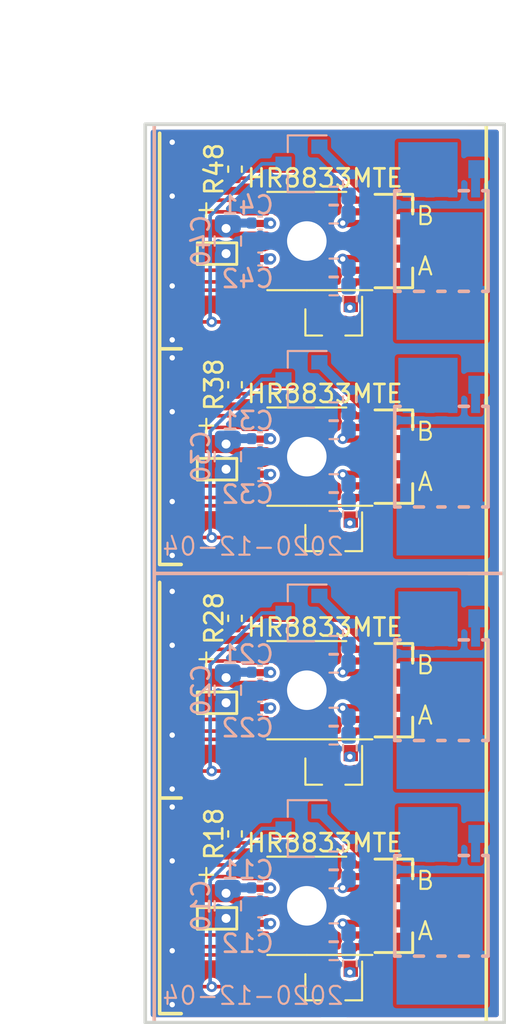
<source format=kicad_pcb>
(kicad_pcb (version 20171130) (host pcbnew 5.1.8)
  (title_block (title "FMSMD-2 PCB") (date 2020-12-04) (rev v0.1) (company sceext))
  (layers (0 F.Cu mixed) (31 B.Cu mixed) (34 B.Paste user) (35 F.Paste user) (36 B.SilkS user) (37 F.SilkS user) (38 B.Mask user) (39 F.Mask user) (44 Edge.Cuts user))
  (net 0 "")
  (net 1 GND)
  (net 2 /M1/VM)
  (net 3 "Net-(C11-Pad2)")
  (net 4 "Net-(C12-Pad2)")
  (net 5 /M1/AO1)
  (net 6 /M1/AO2)
  (net 7 /M1/BO1)
  (net 8 /M1/BO2)
  (net 9 /M1/VIS)
  (net 10 /M1/NSLEEP)
  (net 11 /M1/A1)
  (net 12 /M1/A2)
  (net 13 /M1/B2)
  (net 14 /M1/B1)
  (net 15 /M1/NFAULT)
  (net 16 /M1/3V3)
  (net 17 "Net-(JQD1-Pad1)")
  (net 18 "Net-(JQG1-Pad1)")
  (net 19 "Net-(JQS1-Pad1)")
  (net 20 "Net-(Q11-Pad1)")
  (net 21 "Net-(Q12-Pad1)")
  (net 22 /M1/AIS)
  (net 23 /M1/BIS)
  (net 24 /M2/VM)
  (net 25 "Net-(C21-Pad2)")
  (net 26 "Net-(C22-Pad2)")
  (net 27 /M3/VM)
  (net 28 "Net-(C31-Pad2)")
  (net 29 "Net-(C32-Pad2)")
  (net 30 /M4/VM)
  (net 31 "Net-(C41-Pad2)")
  (net 32 "Net-(C42-Pad2)")
  (net 33 /M2/AO1)
  (net 34 /M2/AO2)
  (net 35 /M3/AO1)
  (net 36 /M3/AO2)
  (net 37 /M4/AO1)
  (net 38 /M4/AO2)
  (net 39 /M2/BO1)
  (net 40 /M2/BO2)
  (net 41 /M3/BO1)
  (net 42 /M3/BO2)
  (net 43 /M4/BO1)
  (net 44 /M4/BO2)
  (net 45 /M2/3V3)
  (net 46 /M2/NFAULT)
  (net 47 /M2/B1)
  (net 48 /M2/B2)
  (net 49 /M2/A2)
  (net 50 /M2/A1)
  (net 51 /M2/NSLEEP)
  (net 52 /M2/VIS)
  (net 53 /M3/3V3)
  (net 54 /M3/NFAULT)
  (net 55 /M3/B1)
  (net 56 /M3/B2)
  (net 57 /M3/A2)
  (net 58 /M3/A1)
  (net 59 /M3/NSLEEP)
  (net 60 /M3/VIS)
  (net 61 /M4/3V3)
  (net 62 /M4/NFAULT)
  (net 63 /M4/B1)
  (net 64 /M4/B2)
  (net 65 /M4/A2)
  (net 66 /M4/A1)
  (net 67 /M4/NSLEEP)
  (net 68 /M4/VIS)
  (net 69 "Net-(JQD2-Pad1)")
  (net 70 "Net-(JQD3-Pad1)")
  (net 71 "Net-(JQD4-Pad1)")
  (net 72 "Net-(JQG2-Pad1)")
  (net 73 "Net-(JQG3-Pad1)")
  (net 74 "Net-(JQG4-Pad1)")
  (net 75 "Net-(JQS2-Pad1)")
  (net 76 "Net-(JQS3-Pad1)")
  (net 77 "Net-(JQS4-Pad1)")
  (net 78 "Net-(Q21-Pad1)")
  (net 79 "Net-(Q22-Pad1)")
  (net 80 "Net-(Q31-Pad1)")
  (net 81 "Net-(Q32-Pad1)")
  (net 82 "Net-(Q41-Pad1)")
  (net 83 "Net-(Q42-Pad1)")
  (net 84 /M2/AIS)
  (net 85 /M2/BIS)
  (net 86 /M3/AIS)
  (net 87 /M3/BIS)
  (net 88 /M4/AIS)
  (net 89 /M4/BIS)
  (module Resistor_SMD:R_0603_1608Metric (layer B.Cu) (at 53.5 52 180)
    (fp_text reference R42 hide)
    (fp_text value 0)
    (pad 1 smd roundrect (at -0.825 0 180) (size 0.8 0.95) (layers B.Cu B.Paste B.Mask) (net 89 /M4/BIS))
    (pad 2 smd roundrect (at 0.825 0 180) (size 0.8 0.95) (layers B.Cu B.Paste B.Mask) (net 1 GND))
  )
  (module fmlibf:JS-1x2mm (layer F.Cu) (at 56.8 55.5)
    (fp_text reference JAO41 hide)
    (fp_text value Conn_01x01 hide)
    (pad 1 smd rect (at 0 0) (size 2 1) (layers F.Cu F.Paste F.Mask) (net 37 /M4/AO1))
  )
  (module Resistor_SMD:R_0603_1608Metric (layer B.Cu) (at 53.5 51 180)
    (fp_text reference R44 hide)
    (fp_text value 0)
    (pad 1 smd roundrect (at -0.825 0 180) (size 0.8 0.95) (layers B.Cu B.Paste B.Mask) (net 89 /M4/BIS))
    (pad 2 smd roundrect (at 0.825 0 180) (size 0.8 0.95) (layers B.Cu B.Paste B.Mask) (net 1 GND))
  )
  (module fmlibf:JS-1x2mm (layer F.Cu) (at 47 54.2)
    (fp_text reference JG4 hide)
    (fp_text value Conn_01x01 hide)
    (pad 1 smd rect (at 0 0) (size 2 1) (layers F.Cu F.Paste F.Mask) (net 1 GND))
  )
  (module Capacitor_SMD:C_0805_2012Metric (layer B.Cu) (at 47.6 53.5 270)
    (fp_text reference C40 (at 0 1.5 90) (layer B.SilkS) (effects (justify mirror)))
    (fp_text value 10u)
    (pad 1 smd roundrect (at -0.95 0 270) (size 1 1.45) (layers B.Cu B.Paste B.Mask) (net 30 /M4/VM))
    (pad 2 smd roundrect (at 0.95 0 270) (size 1 1.45) (layers B.Cu B.Paste B.Mask) (net 1 GND))
  )
  (module Resistor_SMD:R_0402_1005Metric (layer F.Cu) (at 48 49.5 90)
    (fp_text reference R48 (at 0 -1.17 270) (layer F.SilkS))
    (fp_text value 10k)
    (pad 1 smd roundrect (at -0.51 0 90) (size 0.54 0.64) (layers F.Cu F.Paste F.Mask) (net 62 /M4/NFAULT))
    (pad 2 smd roundrect (at 0.51 0 90) (size 0.54 0.64) (layers F.Cu F.Paste F.Mask) (net 61 /M4/3V3))
  )
  (module Resistor_SMD:R_0402_1005Metric (layer B.Cu) (at 54.4 50.3 270)
    (fp_text reference R46 hide)
    (fp_text value 0)
    (pad 1 smd roundrect (at -0.51 0 270) (size 0.54 0.64) (layers B.Cu B.Paste B.Mask) (net 83 "Net-(Q42-Pad1)"))
    (pad 2 smd roundrect (at 0.51 0 270) (size 0.54 0.64) (layers B.Cu B.Paste B.Mask) (net 89 /M4/BIS))
  )
  (module fmlibf:HTSSOP-16-1EP_4.4x5mm_P0.65mm_EP3x3mm (layer F.Cu) (at 52 53.5 180)
    (fp_text reference U4 hide)
    (fp_text value HR8833MTE (at -1 3.5) (layer F.SilkS))
    (pad 1 smd roundrect (at -2.875 -2.275 180) (size 1.55 0.4) (layers F.Cu F.Paste F.Mask) (net 67 /M4/NSLEEP))
    (pad 2 smd roundrect (at -2.875 -1.625 180) (size 1.55 0.4) (layers F.Cu F.Paste F.Mask) (net 37 /M4/AO1))
    (pad 3 smd roundrect (at -2.875 -0.975 180) (size 1.55 0.4) (layers F.Cu F.Paste F.Mask) (net 88 /M4/AIS))
    (pad 4 smd roundrect (at -2.875 -0.325 180) (size 1.55 0.4) (layers F.Cu F.Paste F.Mask) (net 38 /M4/AO2))
    (pad 5 smd roundrect (at -2.875 0.325 180) (size 1.55 0.4) (layers F.Cu F.Paste F.Mask) (net 44 /M4/BO2))
    (pad 6 smd roundrect (at -2.875 0.975 180) (size 1.55 0.4) (layers F.Cu F.Paste F.Mask) (net 89 /M4/BIS))
    (pad 7 smd roundrect (at -2.875 1.625 180) (size 1.55 0.4) (layers F.Cu F.Paste F.Mask) (net 43 /M4/BO1))
    (pad 8 smd roundrect (at -2.875 2.275 180) (size 1.55 0.4) (layers F.Cu F.Paste F.Mask) (net 62 /M4/NFAULT))
    (pad 9 smd roundrect (at 2.875 2.275 180) (size 1.55 0.4) (layers F.Cu F.Paste F.Mask) (net 63 /M4/B1))
    (pad 10 smd roundrect (at 2.875 1.625 180) (size 1.55 0.4) (layers F.Cu F.Paste F.Mask) (net 64 /M4/B2))
    (pad 11 smd roundrect (at 2.875 0.975 180) (size 1.55 0.4) (layers F.Cu F.Paste F.Mask) (net 31 "Net-(C41-Pad2)"))
    (pad 12 smd roundrect (at 2.875 0.325 180) (size 1.55 0.4) (layers F.Cu F.Paste F.Mask) (net 30 /M4/VM))
    (pad 13 smd roundrect (at 2.875 -0.325 180) (size 1.55 0.4) (layers F.Cu F.Paste F.Mask) (net 1 GND))
    (pad 14 smd roundrect (at 2.875 -0.975 180) (size 1.55 0.4) (layers F.Cu F.Paste F.Mask) (net 32 "Net-(C42-Pad2)"))
    (pad 15 smd roundrect (at 2.875 -1.625 180) (size 1.55 0.4) (layers F.Cu F.Paste F.Mask) (net 65 /M4/A2))
    (pad 16 smd roundrect (at 2.875 -2.275 180) (size 1.55 0.4) (layers F.Cu F.Paste F.Mask) (net 66 /M4/A1))
    (pad 17 smd rect (at 0 0 180) (size 2 3) (layers F.Cu F.Mask) (net 1 GND))
  )
  (module fmlibf:JS-1x1mm (layer B.Cu) (at 61.5 49.5)
    (fp_text reference JQG4 hide)
    (fp_text value Conn_01x01 hide)
    (pad 1 smd rect (at 0 0) (size 1 1) (layers B.Cu B.Paste B.Mask) (net 74 "Net-(JQG4-Pad1)"))
  )
  (module fmlibf:JS_12P_1.0mm (layer F.Cu) (at 44.5 53.5 90)
    (fp_text reference JC4 hide)
    (fp_text value Conn_01x12 hide)
    (pad 12 smd rect (at 5.5 0 90) (size 0.5 1) (layers F.Cu F.Paste F.Mask) (net 1 GND))
    (pad 11 smd rect (at 4.5 0 90) (size 0.5 1) (layers F.Cu F.Paste F.Mask) (net 61 /M4/3V3))
    (pad 10 smd rect (at 3.5 0 90) (size 0.5 1) (layers F.Cu F.Paste F.Mask) (net 62 /M4/NFAULT))
    (pad 9 smd rect (at 2.5 0 90) (size 0.5 1) (layers F.Cu F.Paste F.Mask) (net 1 GND))
    (pad 8 smd rect (at 1.5 0 90) (size 0.5 1) (layers F.Cu F.Paste F.Mask) (net 63 /M4/B1))
    (pad 7 smd rect (at 0.5 0 90) (size 0.5 1) (layers F.Cu F.Paste F.Mask) (net 64 /M4/B2))
    (pad 6 smd rect (at -0.5 0 90) (size 0.5 1) (layers F.Cu F.Paste F.Mask) (net 65 /M4/A2))
    (pad 5 smd rect (at -1.5 0 90) (size 0.5 1) (layers F.Cu F.Paste F.Mask) (net 66 /M4/A1))
    (pad 4 smd rect (at -2.5 0 90) (size 0.5 1) (layers F.Cu F.Paste F.Mask) (net 1 GND))
    (pad 3 smd rect (at -3.5 0 90) (size 0.5 1) (layers F.Cu F.Paste F.Mask) (net 67 /M4/NSLEEP))
    (pad 2 smd rect (at -4.5 0 90) (size 0.5 1) (layers F.Cu F.Paste F.Mask) (net 68 /M4/VIS))
    (pad 1 smd rect (at -5.5 0 90) (size 0.5 1) (layers F.Cu F.Paste F.Mask) (net 1 GND))
  )
  (module fmlibf:DFN5x6_8L_EP1_P (layer B.Cu) (at 59.5 53.5)
    (fp_text reference Q4 hide)
    (fp_text value AON6504 hide)
    (pad 1 smd custom (at 0 0) (size 0.5 0.65) (layers B.Cu B.Paste B.Mask) (net 71 "Net-(JQD4-Pad1)") (options (clearance outline) (anchor rect)) (primitives (gr_poly (pts (xy -2.155 2.425) (xy -1.655 2.425) (xy -1.655 3.075) (xy -2.155 3.075)) (width 0)) (gr_poly (pts (xy -0.885 2.425) (xy -0.385 2.425) (xy -0.385 3.075) (xy -0.885 3.075)) (width 0)) (gr_poly (pts (xy 0.385 2.425) (xy 0.885 2.425) (xy 0.885 3.075) (xy 0.385 3.075)) (width 0)) (gr_poly (pts (xy 1.655 2.425) (xy 2.155 2.425) (xy 2.155 3.075) (xy 1.655 3.075)) (width 0)) (gr_poly (pts (xy 2.3 -1.6) (xy 2.3 2.52) (xy -2.3 2.52) (xy -2.3 -1.6)) (width 0))))
    (pad 2 smd rect (at 1.905 -3) (size 0.5 1.15) (layers B.Cu B.Paste B.Mask) (net 77 "Net-(JQS4-Pad1)"))
    (pad 3 smd custom (at -0.635 -2.75) (size 0.5 0.65) (layers B.Cu B.Paste B.Mask) (net 74 "Net-(JQG4-Pad1)") (options (clearance outline) (anchor rect)) (primitives (gr_poly (pts (xy -0.25 0.325) (xy -0.25 -0.325) (xy 0.25 -0.325) (xy 0.25 0.325)) (width 0)) (gr_poly (pts (xy -1.52 0.325) (xy -1.52 -0.325) (xy -1.02 -0.325) (xy -1.02 0.325)) (width 0)) (gr_poly (pts (xy 1.02 0.325) (xy 1.02 -0.325) (xy 1.52 -0.325) (xy 1.52 0.325)) (width 0)) (gr_poly (pts (xy -1.52 0.3) (xy -1.52 0) (xy 1.52 0) (xy 1.52 0.3)) (width 0))))
  )
  (module fmlibf:JS-Jx (layer B.Cu) (at 58.5 49.5)
    (fp_text reference JQD4 hide)
    (fp_text value Conn_01x01 hide)
    (pad 1 smd rect (at 0.25 0) (size 3.3 3) (layers B.Cu B.Paste B.Mask) (net 71 "Net-(JQD4-Pad1)"))
  )
  (module fmlibf:JS-1x2mm (layer F.Cu) (at 56.8 54.2)
    (fp_text reference JAO42 hide)
    (fp_text value Conn_01x01 hide)
    (pad 1 smd rect (at 0 0) (size 2 1) (layers F.Cu F.Paste F.Mask) (net 38 /M4/AO2))
  )
  (module fmlibf:JS-1x2mm (layer F.Cu) (at 56.8 51.5)
    (fp_text reference JBO41 hide)
    (fp_text value Conn_01x01 hide)
    (pad 1 smd rect (at 0 0) (size 2 1) (layers F.Cu F.Paste F.Mask) (net 43 /M4/BO1))
  )
  (module Package_TO_SOT_SMD:SOT-23 (layer F.Cu) (at 53.5 58 270)
    (fp_text reference Q41 hide)
    (fp_text value AO3422)
    (pad 1 smd rect (at -1 -0.95 270) (size 0.9 0.8) (layers F.Cu F.Paste F.Mask) (net 82 "Net-(Q41-Pad1)"))
    (pad 2 smd rect (at -1 0.95 270) (size 0.9 0.8) (layers F.Cu F.Paste F.Mask) (net 1 GND))
    (pad 3 smd rect (at 1 0 270) (size 0.9 0.8) (layers F.Cu F.Paste F.Mask) (net 68 /M4/VIS))
  )
  (module Resistor_SMD:R_0402_1005Metric (layer B.Cu) (at 54.4 56.7 270)
    (fp_text reference R45 hide)
    (fp_text value 0)
    (pad 1 smd roundrect (at -0.51 0 270) (size 0.54 0.64) (layers B.Cu B.Paste B.Mask) (net 88 /M4/AIS))
    (pad 2 smd roundrect (at 0.51 0 270) (size 0.54 0.64) (layers B.Cu B.Paste B.Mask) (net 82 "Net-(Q41-Pad1)"))
  )
  (module fmlibf:JS-1x2mm (layer F.Cu) (at 56.8 52.8)
    (fp_text reference JBO42 hide)
    (fp_text value Conn_01x01 hide)
    (pad 1 smd rect (at 0 0) (size 2 1) (layers F.Cu F.Paste F.Mask) (net 44 /M4/BO2))
  )
  (module Package_TO_SOT_SMD:SOT-23 (layer B.Cu) (at 51.7 49.2 180)
    (fp_text reference Q42 hide)
    (fp_text value AO3422)
    (pad 1 smd rect (at -1 0.95 180) (size 0.9 0.8) (layers B.Cu B.Paste B.Mask) (net 83 "Net-(Q42-Pad1)"))
    (pad 2 smd rect (at -1 -0.95 180) (size 0.9 0.8) (layers B.Cu B.Paste B.Mask) (net 1 GND))
    (pad 3 smd rect (at 1 0 180) (size 0.9 0.8) (layers B.Cu B.Paste B.Mask) (net 68 /M4/VIS))
  )
  (module Resistor_SMD:R_0603_1608Metric (layer B.Cu) (at 53.5 56 180)
    (fp_text reference R43 hide)
    (fp_text value 0)
    (pad 1 smd roundrect (at -0.825 0 180) (size 0.8 0.95) (layers B.Cu B.Paste B.Mask) (net 88 /M4/AIS))
    (pad 2 smd roundrect (at 0.825 0 180) (size 0.8 0.95) (layers B.Cu B.Paste B.Mask) (net 1 GND))
  )
  (module fmlibf:JS-JBx (layer B.Cu) (at 59.5 57.5)
    (fp_text reference JQS4 hide)
    (fp_text value Conn_01x01 hide)
    (pad 1 smd rect (at 0 0) (size 5 3) (layers B.Cu B.Paste B.Mask) (net 77 "Net-(JQS4-Pad1)"))
  )
  (module Capacitor_SMD:C_0402_1005Metric (layer B.Cu) (at 49.4 54.5)
    (fp_text reference C42 (at -0.7 1.1) (layer B.SilkS) (effects (justify mirror)))
    (fp_text value 2.2u)
    (pad 1 smd roundrect (at -0.48 0) (size 0.56 0.62) (layers B.Cu B.Paste B.Mask) (net 1 GND))
    (pad 2 smd roundrect (at 0.48 0) (size 0.56 0.62) (layers B.Cu B.Paste B.Mask) (net 32 "Net-(C42-Pad2)"))
  )
  (module Capacitor_SMD:C_0402_1005Metric (layer B.Cu) (at 49.4 52.5)
    (fp_text reference C41 (at -0.7 -1) (layer B.SilkS) (effects (justify mirror)))
    (fp_text value 10n)
    (pad 1 smd roundrect (at -0.48 0) (size 0.56 0.62) (layers B.Cu B.Paste B.Mask) (net 30 /M4/VM))
    (pad 2 smd roundrect (at 0.48 0) (size 0.56 0.62) (layers B.Cu B.Paste B.Mask) (net 31 "Net-(C41-Pad2)"))
  )
  (module fmlibf:JS-1x2mm (layer F.Cu) (at 47 52.8)
    (fp_text reference JVM4 hide)
    (fp_text value Conn_01x01 hide)
    (pad 1 smd rect (at 0 0) (size 2 1) (layers F.Cu F.Paste F.Mask) (net 30 /M4/VM))
  )
  (module Resistor_SMD:R_0603_1608Metric (layer B.Cu) (at 53.5 55 180)
    (fp_text reference R41 hide)
    (fp_text value 0)
    (pad 1 smd roundrect (at -0.825 0 180) (size 0.8 0.95) (layers B.Cu B.Paste B.Mask) (net 88 /M4/AIS))
    (pad 2 smd roundrect (at 0.825 0 180) (size 0.8 0.95) (layers B.Cu B.Paste B.Mask) (net 1 GND))
  )
  (module Resistor_SMD:R_0603_1608Metric (layer B.Cu) (at 53.5 64 180)
    (fp_text reference R32 hide)
    (fp_text value 0)
    (pad 1 smd roundrect (at -0.825 0 180) (size 0.8 0.95) (layers B.Cu B.Paste B.Mask) (net 87 /M3/BIS))
    (pad 2 smd roundrect (at 0.825 0 180) (size 0.8 0.95) (layers B.Cu B.Paste B.Mask) (net 1 GND))
  )
  (module fmlibf:JS-1x2mm (layer F.Cu) (at 56.8 67.5)
    (fp_text reference JAO31 hide)
    (fp_text value Conn_01x01 hide)
    (pad 1 smd rect (at 0 0) (size 2 1) (layers F.Cu F.Paste F.Mask) (net 35 /M3/AO1))
  )
  (module Resistor_SMD:R_0603_1608Metric (layer B.Cu) (at 53.5 63 180)
    (fp_text reference R34 hide)
    (fp_text value 0)
    (pad 1 smd roundrect (at -0.825 0 180) (size 0.8 0.95) (layers B.Cu B.Paste B.Mask) (net 87 /M3/BIS))
    (pad 2 smd roundrect (at 0.825 0 180) (size 0.8 0.95) (layers B.Cu B.Paste B.Mask) (net 1 GND))
  )
  (module fmlibf:JS-1x2mm (layer F.Cu) (at 47 66.2)
    (fp_text reference JG3 hide)
    (fp_text value Conn_01x01 hide)
    (pad 1 smd rect (at 0 0) (size 2 1) (layers F.Cu F.Paste F.Mask) (net 1 GND))
  )
  (module Capacitor_SMD:C_0805_2012Metric (layer B.Cu) (at 47.6 65.5 270)
    (fp_text reference C30 (at 0 1.5 90) (layer B.SilkS) (effects (justify mirror)))
    (fp_text value 10u)
    (pad 1 smd roundrect (at -0.95 0 270) (size 1 1.45) (layers B.Cu B.Paste B.Mask) (net 27 /M3/VM))
    (pad 2 smd roundrect (at 0.95 0 270) (size 1 1.45) (layers B.Cu B.Paste B.Mask) (net 1 GND))
  )
  (module Resistor_SMD:R_0402_1005Metric (layer F.Cu) (at 48 61.5 90)
    (fp_text reference R38 (at 0 -1.17 270) (layer F.SilkS))
    (fp_text value 10k)
    (pad 1 smd roundrect (at -0.51 0 90) (size 0.54 0.64) (layers F.Cu F.Paste F.Mask) (net 54 /M3/NFAULT))
    (pad 2 smd roundrect (at 0.51 0 90) (size 0.54 0.64) (layers F.Cu F.Paste F.Mask) (net 53 /M3/3V3))
  )
  (module Resistor_SMD:R_0402_1005Metric (layer B.Cu) (at 54.4 62.3 270)
    (fp_text reference R36 hide)
    (fp_text value 0)
    (pad 1 smd roundrect (at -0.51 0 270) (size 0.54 0.64) (layers B.Cu B.Paste B.Mask) (net 81 "Net-(Q32-Pad1)"))
    (pad 2 smd roundrect (at 0.51 0 270) (size 0.54 0.64) (layers B.Cu B.Paste B.Mask) (net 87 /M3/BIS))
  )
  (module fmlibf:HTSSOP-16-1EP_4.4x5mm_P0.65mm_EP3x3mm (layer F.Cu) (at 52 65.5 180)
    (fp_text reference U3 hide)
    (fp_text value HR8833MTE (at -1 3.5) (layer F.SilkS))
    (pad 1 smd roundrect (at -2.875 -2.275 180) (size 1.55 0.4) (layers F.Cu F.Paste F.Mask) (net 59 /M3/NSLEEP))
    (pad 2 smd roundrect (at -2.875 -1.625 180) (size 1.55 0.4) (layers F.Cu F.Paste F.Mask) (net 35 /M3/AO1))
    (pad 3 smd roundrect (at -2.875 -0.975 180) (size 1.55 0.4) (layers F.Cu F.Paste F.Mask) (net 86 /M3/AIS))
    (pad 4 smd roundrect (at -2.875 -0.325 180) (size 1.55 0.4) (layers F.Cu F.Paste F.Mask) (net 36 /M3/AO2))
    (pad 5 smd roundrect (at -2.875 0.325 180) (size 1.55 0.4) (layers F.Cu F.Paste F.Mask) (net 42 /M3/BO2))
    (pad 6 smd roundrect (at -2.875 0.975 180) (size 1.55 0.4) (layers F.Cu F.Paste F.Mask) (net 87 /M3/BIS))
    (pad 7 smd roundrect (at -2.875 1.625 180) (size 1.55 0.4) (layers F.Cu F.Paste F.Mask) (net 41 /M3/BO1))
    (pad 8 smd roundrect (at -2.875 2.275 180) (size 1.55 0.4) (layers F.Cu F.Paste F.Mask) (net 54 /M3/NFAULT))
    (pad 9 smd roundrect (at 2.875 2.275 180) (size 1.55 0.4) (layers F.Cu F.Paste F.Mask) (net 55 /M3/B1))
    (pad 10 smd roundrect (at 2.875 1.625 180) (size 1.55 0.4) (layers F.Cu F.Paste F.Mask) (net 56 /M3/B2))
    (pad 11 smd roundrect (at 2.875 0.975 180) (size 1.55 0.4) (layers F.Cu F.Paste F.Mask) (net 28 "Net-(C31-Pad2)"))
    (pad 12 smd roundrect (at 2.875 0.325 180) (size 1.55 0.4) (layers F.Cu F.Paste F.Mask) (net 27 /M3/VM))
    (pad 13 smd roundrect (at 2.875 -0.325 180) (size 1.55 0.4) (layers F.Cu F.Paste F.Mask) (net 1 GND))
    (pad 14 smd roundrect (at 2.875 -0.975 180) (size 1.55 0.4) (layers F.Cu F.Paste F.Mask) (net 29 "Net-(C32-Pad2)"))
    (pad 15 smd roundrect (at 2.875 -1.625 180) (size 1.55 0.4) (layers F.Cu F.Paste F.Mask) (net 57 /M3/A2))
    (pad 16 smd roundrect (at 2.875 -2.275 180) (size 1.55 0.4) (layers F.Cu F.Paste F.Mask) (net 58 /M3/A1))
    (pad 17 smd rect (at 0 0 180) (size 2 3) (layers F.Cu F.Mask) (net 1 GND))
  )
  (module fmlibf:JS-1x1mm (layer B.Cu) (at 61.5 61.5)
    (fp_text reference JQG3 hide)
    (fp_text value Conn_01x01 hide)
    (pad 1 smd rect (at 0 0) (size 1 1) (layers B.Cu B.Paste B.Mask) (net 73 "Net-(JQG3-Pad1)"))
  )
  (module fmlibf:JS_12P_1.0mm (layer F.Cu) (at 44.5 65.5 90)
    (fp_text reference JC3 hide)
    (fp_text value Conn_01x12 hide)
    (pad 12 smd rect (at 5.5 0 90) (size 0.5 1) (layers F.Cu F.Paste F.Mask) (net 1 GND))
    (pad 11 smd rect (at 4.5 0 90) (size 0.5 1) (layers F.Cu F.Paste F.Mask) (net 53 /M3/3V3))
    (pad 10 smd rect (at 3.5 0 90) (size 0.5 1) (layers F.Cu F.Paste F.Mask) (net 54 /M3/NFAULT))
    (pad 9 smd rect (at 2.5 0 90) (size 0.5 1) (layers F.Cu F.Paste F.Mask) (net 1 GND))
    (pad 8 smd rect (at 1.5 0 90) (size 0.5 1) (layers F.Cu F.Paste F.Mask) (net 55 /M3/B1))
    (pad 7 smd rect (at 0.5 0 90) (size 0.5 1) (layers F.Cu F.Paste F.Mask) (net 56 /M3/B2))
    (pad 6 smd rect (at -0.5 0 90) (size 0.5 1) (layers F.Cu F.Paste F.Mask) (net 57 /M3/A2))
    (pad 5 smd rect (at -1.5 0 90) (size 0.5 1) (layers F.Cu F.Paste F.Mask) (net 58 /M3/A1))
    (pad 4 smd rect (at -2.5 0 90) (size 0.5 1) (layers F.Cu F.Paste F.Mask) (net 1 GND))
    (pad 3 smd rect (at -3.5 0 90) (size 0.5 1) (layers F.Cu F.Paste F.Mask) (net 59 /M3/NSLEEP))
    (pad 2 smd rect (at -4.5 0 90) (size 0.5 1) (layers F.Cu F.Paste F.Mask) (net 60 /M3/VIS))
    (pad 1 smd rect (at -5.5 0 90) (size 0.5 1) (layers F.Cu F.Paste F.Mask) (net 1 GND))
  )
  (module fmlibf:DFN5x6_8L_EP1_P (layer B.Cu) (at 59.5 65.5)
    (fp_text reference Q3 hide)
    (fp_text value AON6504 hide)
    (pad 1 smd custom (at 0 0) (size 0.5 0.65) (layers B.Cu B.Paste B.Mask) (net 70 "Net-(JQD3-Pad1)") (options (clearance outline) (anchor rect)) (primitives (gr_poly (pts (xy -2.155 2.425) (xy -1.655 2.425) (xy -1.655 3.075) (xy -2.155 3.075)) (width 0)) (gr_poly (pts (xy -0.885 2.425) (xy -0.385 2.425) (xy -0.385 3.075) (xy -0.885 3.075)) (width 0)) (gr_poly (pts (xy 0.385 2.425) (xy 0.885 2.425) (xy 0.885 3.075) (xy 0.385 3.075)) (width 0)) (gr_poly (pts (xy 1.655 2.425) (xy 2.155 2.425) (xy 2.155 3.075) (xy 1.655 3.075)) (width 0)) (gr_poly (pts (xy 2.3 -1.6) (xy 2.3 2.52) (xy -2.3 2.52) (xy -2.3 -1.6)) (width 0))))
    (pad 2 smd rect (at 1.905 -3) (size 0.5 1.15) (layers B.Cu B.Paste B.Mask) (net 76 "Net-(JQS3-Pad1)"))
    (pad 3 smd custom (at -0.635 -2.75) (size 0.5 0.65) (layers B.Cu B.Paste B.Mask) (net 73 "Net-(JQG3-Pad1)") (options (clearance outline) (anchor rect)) (primitives (gr_poly (pts (xy -0.25 0.325) (xy -0.25 -0.325) (xy 0.25 -0.325) (xy 0.25 0.325)) (width 0)) (gr_poly (pts (xy -1.52 0.325) (xy -1.52 -0.325) (xy -1.02 -0.325) (xy -1.02 0.325)) (width 0)) (gr_poly (pts (xy 1.02 0.325) (xy 1.02 -0.325) (xy 1.52 -0.325) (xy 1.52 0.325)) (width 0)) (gr_poly (pts (xy -1.52 0.3) (xy -1.52 0) (xy 1.52 0) (xy 1.52 0.3)) (width 0))))
  )
  (module fmlibf:JS-Jx (layer B.Cu) (at 58.5 61.5)
    (fp_text reference JQD3 hide)
    (fp_text value Conn_01x01 hide)
    (pad 1 smd rect (at 0.25 0) (size 3.3 3) (layers B.Cu B.Paste B.Mask) (net 70 "Net-(JQD3-Pad1)"))
  )
  (module fmlibf:JS-1x2mm (layer F.Cu) (at 56.8 66.2)
    (fp_text reference JAO32 hide)
    (fp_text value Conn_01x01 hide)
    (pad 1 smd rect (at 0 0) (size 2 1) (layers F.Cu F.Paste F.Mask) (net 36 /M3/AO2))
  )
  (module fmlibf:JS-1x2mm (layer F.Cu) (at 56.8 63.5)
    (fp_text reference JBO31 hide)
    (fp_text value Conn_01x01 hide)
    (pad 1 smd rect (at 0 0) (size 2 1) (layers F.Cu F.Paste F.Mask) (net 41 /M3/BO1))
  )
  (module Package_TO_SOT_SMD:SOT-23 (layer F.Cu) (at 53.5 70 270)
    (fp_text reference Q31 hide)
    (fp_text value AO3422)
    (pad 1 smd rect (at -1 -0.95 270) (size 0.9 0.8) (layers F.Cu F.Paste F.Mask) (net 80 "Net-(Q31-Pad1)"))
    (pad 2 smd rect (at -1 0.95 270) (size 0.9 0.8) (layers F.Cu F.Paste F.Mask) (net 1 GND))
    (pad 3 smd rect (at 1 0 270) (size 0.9 0.8) (layers F.Cu F.Paste F.Mask) (net 60 /M3/VIS))
  )
  (module Resistor_SMD:R_0402_1005Metric (layer B.Cu) (at 54.4 68.7 270)
    (fp_text reference R35 hide)
    (fp_text value 0)
    (pad 1 smd roundrect (at -0.51 0 270) (size 0.54 0.64) (layers B.Cu B.Paste B.Mask) (net 86 /M3/AIS))
    (pad 2 smd roundrect (at 0.51 0 270) (size 0.54 0.64) (layers B.Cu B.Paste B.Mask) (net 80 "Net-(Q31-Pad1)"))
  )
  (module fmlibf:JS-1x2mm (layer F.Cu) (at 56.8 64.8)
    (fp_text reference JBO32 hide)
    (fp_text value Conn_01x01 hide)
    (pad 1 smd rect (at 0 0) (size 2 1) (layers F.Cu F.Paste F.Mask) (net 42 /M3/BO2))
  )
  (module Package_TO_SOT_SMD:SOT-23 (layer B.Cu) (at 51.7 61.2 180)
    (fp_text reference Q32 hide)
    (fp_text value AO3422)
    (pad 1 smd rect (at -1 0.95 180) (size 0.9 0.8) (layers B.Cu B.Paste B.Mask) (net 81 "Net-(Q32-Pad1)"))
    (pad 2 smd rect (at -1 -0.95 180) (size 0.9 0.8) (layers B.Cu B.Paste B.Mask) (net 1 GND))
    (pad 3 smd rect (at 1 0 180) (size 0.9 0.8) (layers B.Cu B.Paste B.Mask) (net 60 /M3/VIS))
  )
  (module Resistor_SMD:R_0603_1608Metric (layer B.Cu) (at 53.5 68 180)
    (fp_text reference R33 hide)
    (fp_text value 0)
    (pad 1 smd roundrect (at -0.825 0 180) (size 0.8 0.95) (layers B.Cu B.Paste B.Mask) (net 86 /M3/AIS))
    (pad 2 smd roundrect (at 0.825 0 180) (size 0.8 0.95) (layers B.Cu B.Paste B.Mask) (net 1 GND))
  )
  (module fmlibf:JS-JBx (layer B.Cu) (at 59.5 69.5)
    (fp_text reference JQS3 hide)
    (fp_text value Conn_01x01 hide)
    (pad 1 smd rect (at 0 0) (size 5 3) (layers B.Cu B.Paste B.Mask) (net 76 "Net-(JQS3-Pad1)"))
  )
  (module Capacitor_SMD:C_0402_1005Metric (layer B.Cu) (at 49.4 66.5)
    (fp_text reference C32 (at -0.7 1.1) (layer B.SilkS) (effects (justify mirror)))
    (fp_text value 2.2u)
    (pad 1 smd roundrect (at -0.48 0) (size 0.56 0.62) (layers B.Cu B.Paste B.Mask) (net 1 GND))
    (pad 2 smd roundrect (at 0.48 0) (size 0.56 0.62) (layers B.Cu B.Paste B.Mask) (net 29 "Net-(C32-Pad2)"))
  )
  (module Capacitor_SMD:C_0402_1005Metric (layer B.Cu) (at 49.4 64.5)
    (fp_text reference C31 (at -0.7 -1) (layer B.SilkS) (effects (justify mirror)))
    (fp_text value 10n)
    (pad 1 smd roundrect (at -0.48 0) (size 0.56 0.62) (layers B.Cu B.Paste B.Mask) (net 27 /M3/VM))
    (pad 2 smd roundrect (at 0.48 0) (size 0.56 0.62) (layers B.Cu B.Paste B.Mask) (net 28 "Net-(C31-Pad2)"))
  )
  (module fmlibf:JS-1x2mm (layer F.Cu) (at 47 64.8)
    (fp_text reference JVM3 hide)
    (fp_text value Conn_01x01 hide)
    (pad 1 smd rect (at 0 0) (size 2 1) (layers F.Cu F.Paste F.Mask) (net 27 /M3/VM))
  )
  (module Resistor_SMD:R_0603_1608Metric (layer B.Cu) (at 53.5 67 180)
    (fp_text reference R31 hide)
    (fp_text value 0)
    (pad 1 smd roundrect (at -0.825 0 180) (size 0.8 0.95) (layers B.Cu B.Paste B.Mask) (net 86 /M3/AIS))
    (pad 2 smd roundrect (at 0.825 0 180) (size 0.8 0.95) (layers B.Cu B.Paste B.Mask) (net 1 GND))
  )
  (module Resistor_SMD:R_0603_1608Metric (layer B.Cu) (at 53.5 77 180)
    (fp_text reference R22 hide)
    (fp_text value 0)
    (pad 1 smd roundrect (at -0.825 0 180) (size 0.8 0.95) (layers B.Cu B.Paste B.Mask) (net 85 /M2/BIS))
    (pad 2 smd roundrect (at 0.825 0 180) (size 0.8 0.95) (layers B.Cu B.Paste B.Mask) (net 1 GND))
  )
  (module fmlibf:JS-1x2mm (layer F.Cu) (at 56.8 80.5)
    (fp_text reference JAO21 hide)
    (fp_text value Conn_01x01 hide)
    (pad 1 smd rect (at 0 0) (size 2 1) (layers F.Cu F.Paste F.Mask) (net 33 /M2/AO1))
  )
  (module Resistor_SMD:R_0603_1608Metric (layer B.Cu) (at 53.5 76 180)
    (fp_text reference R24 hide)
    (fp_text value 0)
    (pad 1 smd roundrect (at -0.825 0 180) (size 0.8 0.95) (layers B.Cu B.Paste B.Mask) (net 85 /M2/BIS))
    (pad 2 smd roundrect (at 0.825 0 180) (size 0.8 0.95) (layers B.Cu B.Paste B.Mask) (net 1 GND))
  )
  (module fmlibf:JS-1x2mm (layer F.Cu) (at 47 79.2)
    (fp_text reference JG2 hide)
    (fp_text value Conn_01x01 hide)
    (pad 1 smd rect (at 0 0) (size 2 1) (layers F.Cu F.Paste F.Mask) (net 1 GND))
  )
  (module Capacitor_SMD:C_0805_2012Metric (layer B.Cu) (at 47.6 78.5 270)
    (fp_text reference C20 (at 0 1.5 90) (layer B.SilkS) (effects (justify mirror)))
    (fp_text value 10u)
    (pad 1 smd roundrect (at -0.95 0 270) (size 1 1.45) (layers B.Cu B.Paste B.Mask) (net 24 /M2/VM))
    (pad 2 smd roundrect (at 0.95 0 270) (size 1 1.45) (layers B.Cu B.Paste B.Mask) (net 1 GND))
  )
  (module Resistor_SMD:R_0402_1005Metric (layer F.Cu) (at 48 74.5 90)
    (fp_text reference R28 (at 0 -1.17 270) (layer F.SilkS))
    (fp_text value 10k)
    (pad 1 smd roundrect (at -0.51 0 90) (size 0.54 0.64) (layers F.Cu F.Paste F.Mask) (net 46 /M2/NFAULT))
    (pad 2 smd roundrect (at 0.51 0 90) (size 0.54 0.64) (layers F.Cu F.Paste F.Mask) (net 45 /M2/3V3))
  )
  (module Resistor_SMD:R_0402_1005Metric (layer B.Cu) (at 54.4 75.3 270)
    (fp_text reference R26 hide)
    (fp_text value 0)
    (pad 1 smd roundrect (at -0.51 0 270) (size 0.54 0.64) (layers B.Cu B.Paste B.Mask) (net 79 "Net-(Q22-Pad1)"))
    (pad 2 smd roundrect (at 0.51 0 270) (size 0.54 0.64) (layers B.Cu B.Paste B.Mask) (net 85 /M2/BIS))
  )
  (module fmlibf:HTSSOP-16-1EP_4.4x5mm_P0.65mm_EP3x3mm (layer F.Cu) (at 52 78.5 180)
    (fp_text reference U2 hide)
    (fp_text value HR8833MTE (at -1 3.5) (layer F.SilkS))
    (pad 1 smd roundrect (at -2.875 -2.275 180) (size 1.55 0.4) (layers F.Cu F.Paste F.Mask) (net 51 /M2/NSLEEP))
    (pad 2 smd roundrect (at -2.875 -1.625 180) (size 1.55 0.4) (layers F.Cu F.Paste F.Mask) (net 33 /M2/AO1))
    (pad 3 smd roundrect (at -2.875 -0.975 180) (size 1.55 0.4) (layers F.Cu F.Paste F.Mask) (net 84 /M2/AIS))
    (pad 4 smd roundrect (at -2.875 -0.325 180) (size 1.55 0.4) (layers F.Cu F.Paste F.Mask) (net 34 /M2/AO2))
    (pad 5 smd roundrect (at -2.875 0.325 180) (size 1.55 0.4) (layers F.Cu F.Paste F.Mask) (net 40 /M2/BO2))
    (pad 6 smd roundrect (at -2.875 0.975 180) (size 1.55 0.4) (layers F.Cu F.Paste F.Mask) (net 85 /M2/BIS))
    (pad 7 smd roundrect (at -2.875 1.625 180) (size 1.55 0.4) (layers F.Cu F.Paste F.Mask) (net 39 /M2/BO1))
    (pad 8 smd roundrect (at -2.875 2.275 180) (size 1.55 0.4) (layers F.Cu F.Paste F.Mask) (net 46 /M2/NFAULT))
    (pad 9 smd roundrect (at 2.875 2.275 180) (size 1.55 0.4) (layers F.Cu F.Paste F.Mask) (net 47 /M2/B1))
    (pad 10 smd roundrect (at 2.875 1.625 180) (size 1.55 0.4) (layers F.Cu F.Paste F.Mask) (net 48 /M2/B2))
    (pad 11 smd roundrect (at 2.875 0.975 180) (size 1.55 0.4) (layers F.Cu F.Paste F.Mask) (net 25 "Net-(C21-Pad2)"))
    (pad 12 smd roundrect (at 2.875 0.325 180) (size 1.55 0.4) (layers F.Cu F.Paste F.Mask) (net 24 /M2/VM))
    (pad 13 smd roundrect (at 2.875 -0.325 180) (size 1.55 0.4) (layers F.Cu F.Paste F.Mask) (net 1 GND))
    (pad 14 smd roundrect (at 2.875 -0.975 180) (size 1.55 0.4) (layers F.Cu F.Paste F.Mask) (net 26 "Net-(C22-Pad2)"))
    (pad 15 smd roundrect (at 2.875 -1.625 180) (size 1.55 0.4) (layers F.Cu F.Paste F.Mask) (net 49 /M2/A2))
    (pad 16 smd roundrect (at 2.875 -2.275 180) (size 1.55 0.4) (layers F.Cu F.Paste F.Mask) (net 50 /M2/A1))
    (pad 17 smd rect (at 0 0 180) (size 2 3) (layers F.Cu F.Mask) (net 1 GND))
  )
  (module fmlibf:JS-1x1mm (layer B.Cu) (at 61.5 74.5)
    (fp_text reference JQG2 hide)
    (fp_text value Conn_01x01 hide)
    (pad 1 smd rect (at 0 0) (size 1 1) (layers B.Cu B.Paste B.Mask) (net 72 "Net-(JQG2-Pad1)"))
  )
  (module fmlibf:JS_12P_1.0mm (layer F.Cu) (at 44.5 78.5 90)
    (fp_text reference JC2 hide)
    (fp_text value Conn_01x12 hide)
    (pad 12 smd rect (at 5.5 0 90) (size 0.5 1) (layers F.Cu F.Paste F.Mask) (net 1 GND))
    (pad 11 smd rect (at 4.5 0 90) (size 0.5 1) (layers F.Cu F.Paste F.Mask) (net 45 /M2/3V3))
    (pad 10 smd rect (at 3.5 0 90) (size 0.5 1) (layers F.Cu F.Paste F.Mask) (net 46 /M2/NFAULT))
    (pad 9 smd rect (at 2.5 0 90) (size 0.5 1) (layers F.Cu F.Paste F.Mask) (net 1 GND))
    (pad 8 smd rect (at 1.5 0 90) (size 0.5 1) (layers F.Cu F.Paste F.Mask) (net 47 /M2/B1))
    (pad 7 smd rect (at 0.5 0 90) (size 0.5 1) (layers F.Cu F.Paste F.Mask) (net 48 /M2/B2))
    (pad 6 smd rect (at -0.5 0 90) (size 0.5 1) (layers F.Cu F.Paste F.Mask) (net 49 /M2/A2))
    (pad 5 smd rect (at -1.5 0 90) (size 0.5 1) (layers F.Cu F.Paste F.Mask) (net 50 /M2/A1))
    (pad 4 smd rect (at -2.5 0 90) (size 0.5 1) (layers F.Cu F.Paste F.Mask) (net 1 GND))
    (pad 3 smd rect (at -3.5 0 90) (size 0.5 1) (layers F.Cu F.Paste F.Mask) (net 51 /M2/NSLEEP))
    (pad 2 smd rect (at -4.5 0 90) (size 0.5 1) (layers F.Cu F.Paste F.Mask) (net 52 /M2/VIS))
    (pad 1 smd rect (at -5.5 0 90) (size 0.5 1) (layers F.Cu F.Paste F.Mask) (net 1 GND))
  )
  (module fmlibf:DFN5x6_8L_EP1_P (layer B.Cu) (at 59.5 78.5)
    (fp_text reference Q2 hide)
    (fp_text value AON6504 hide)
    (pad 1 smd custom (at 0 0) (size 0.5 0.65) (layers B.Cu B.Paste B.Mask) (net 69 "Net-(JQD2-Pad1)") (options (clearance outline) (anchor rect)) (primitives (gr_poly (pts (xy -2.155 2.425) (xy -1.655 2.425) (xy -1.655 3.075) (xy -2.155 3.075)) (width 0)) (gr_poly (pts (xy -0.885 2.425) (xy -0.385 2.425) (xy -0.385 3.075) (xy -0.885 3.075)) (width 0)) (gr_poly (pts (xy 0.385 2.425) (xy 0.885 2.425) (xy 0.885 3.075) (xy 0.385 3.075)) (width 0)) (gr_poly (pts (xy 1.655 2.425) (xy 2.155 2.425) (xy 2.155 3.075) (xy 1.655 3.075)) (width 0)) (gr_poly (pts (xy 2.3 -1.6) (xy 2.3 2.52) (xy -2.3 2.52) (xy -2.3 -1.6)) (width 0))))
    (pad 2 smd rect (at 1.905 -3) (size 0.5 1.15) (layers B.Cu B.Paste B.Mask) (net 75 "Net-(JQS2-Pad1)"))
    (pad 3 smd custom (at -0.635 -2.75) (size 0.5 0.65) (layers B.Cu B.Paste B.Mask) (net 72 "Net-(JQG2-Pad1)") (options (clearance outline) (anchor rect)) (primitives (gr_poly (pts (xy -0.25 0.325) (xy -0.25 -0.325) (xy 0.25 -0.325) (xy 0.25 0.325)) (width 0)) (gr_poly (pts (xy -1.52 0.325) (xy -1.52 -0.325) (xy -1.02 -0.325) (xy -1.02 0.325)) (width 0)) (gr_poly (pts (xy 1.02 0.325) (xy 1.02 -0.325) (xy 1.52 -0.325) (xy 1.52 0.325)) (width 0)) (gr_poly (pts (xy -1.52 0.3) (xy -1.52 0) (xy 1.52 0) (xy 1.52 0.3)) (width 0))))
  )
  (module fmlibf:JS-Jx (layer B.Cu) (at 58.5 74.5)
    (fp_text reference JQD2 hide)
    (fp_text value Conn_01x01 hide)
    (pad 1 smd rect (at 0.25 0) (size 3.3 3) (layers B.Cu B.Paste B.Mask) (net 69 "Net-(JQD2-Pad1)"))
  )
  (module fmlibf:JS-1x2mm (layer F.Cu) (at 56.8 79.2)
    (fp_text reference JAO22 hide)
    (fp_text value Conn_01x01 hide)
    (pad 1 smd rect (at 0 0) (size 2 1) (layers F.Cu F.Paste F.Mask) (net 34 /M2/AO2))
  )
  (module fmlibf:JS-1x2mm (layer F.Cu) (at 56.8 76.5)
    (fp_text reference JBO21 hide)
    (fp_text value Conn_01x01 hide)
    (pad 1 smd rect (at 0 0) (size 2 1) (layers F.Cu F.Paste F.Mask) (net 39 /M2/BO1))
  )
  (module Package_TO_SOT_SMD:SOT-23 (layer F.Cu) (at 53.5 83 270)
    (fp_text reference Q21 hide)
    (fp_text value AO3422)
    (pad 1 smd rect (at -1 -0.95 270) (size 0.9 0.8) (layers F.Cu F.Paste F.Mask) (net 78 "Net-(Q21-Pad1)"))
    (pad 2 smd rect (at -1 0.95 270) (size 0.9 0.8) (layers F.Cu F.Paste F.Mask) (net 1 GND))
    (pad 3 smd rect (at 1 0 270) (size 0.9 0.8) (layers F.Cu F.Paste F.Mask) (net 52 /M2/VIS))
  )
  (module Resistor_SMD:R_0402_1005Metric (layer B.Cu) (at 54.4 81.7 270)
    (fp_text reference R25 hide)
    (fp_text value 0)
    (pad 1 smd roundrect (at -0.51 0 270) (size 0.54 0.64) (layers B.Cu B.Paste B.Mask) (net 84 /M2/AIS))
    (pad 2 smd roundrect (at 0.51 0 270) (size 0.54 0.64) (layers B.Cu B.Paste B.Mask) (net 78 "Net-(Q21-Pad1)"))
  )
  (module fmlibf:JS-1x2mm (layer F.Cu) (at 56.8 77.8)
    (fp_text reference JBO22 hide)
    (fp_text value Conn_01x01 hide)
    (pad 1 smd rect (at 0 0) (size 2 1) (layers F.Cu F.Paste F.Mask) (net 40 /M2/BO2))
  )
  (module Package_TO_SOT_SMD:SOT-23 (layer B.Cu) (at 51.7 74.2 180)
    (fp_text reference Q22 hide)
    (fp_text value AO3422)
    (pad 1 smd rect (at -1 0.95 180) (size 0.9 0.8) (layers B.Cu B.Paste B.Mask) (net 79 "Net-(Q22-Pad1)"))
    (pad 2 smd rect (at -1 -0.95 180) (size 0.9 0.8) (layers B.Cu B.Paste B.Mask) (net 1 GND))
    (pad 3 smd rect (at 1 0 180) (size 0.9 0.8) (layers B.Cu B.Paste B.Mask) (net 52 /M2/VIS))
  )
  (module Resistor_SMD:R_0603_1608Metric (layer B.Cu) (at 53.5 81 180)
    (fp_text reference R23 hide)
    (fp_text value 0)
    (pad 1 smd roundrect (at -0.825 0 180) (size 0.8 0.95) (layers B.Cu B.Paste B.Mask) (net 84 /M2/AIS))
    (pad 2 smd roundrect (at 0.825 0 180) (size 0.8 0.95) (layers B.Cu B.Paste B.Mask) (net 1 GND))
  )
  (module fmlibf:JS-JBx (layer B.Cu) (at 59.5 82.5)
    (fp_text reference JQS2 hide)
    (fp_text value Conn_01x01 hide)
    (pad 1 smd rect (at 0 0) (size 5 3) (layers B.Cu B.Paste B.Mask) (net 75 "Net-(JQS2-Pad1)"))
  )
  (module Capacitor_SMD:C_0402_1005Metric (layer B.Cu) (at 49.4 79.5)
    (fp_text reference C22 (at -0.7 1.1) (layer B.SilkS) (effects (justify mirror)))
    (fp_text value 2.2u)
    (pad 1 smd roundrect (at -0.48 0) (size 0.56 0.62) (layers B.Cu B.Paste B.Mask) (net 1 GND))
    (pad 2 smd roundrect (at 0.48 0) (size 0.56 0.62) (layers B.Cu B.Paste B.Mask) (net 26 "Net-(C22-Pad2)"))
  )
  (module Capacitor_SMD:C_0402_1005Metric (layer B.Cu) (at 49.4 77.5)
    (fp_text reference C21 (at -0.7 -1) (layer B.SilkS) (effects (justify mirror)))
    (fp_text value 10n)
    (pad 1 smd roundrect (at -0.48 0) (size 0.56 0.62) (layers B.Cu B.Paste B.Mask) (net 24 /M2/VM))
    (pad 2 smd roundrect (at 0.48 0) (size 0.56 0.62) (layers B.Cu B.Paste B.Mask) (net 25 "Net-(C21-Pad2)"))
  )
  (module fmlibf:JS-1x2mm (layer F.Cu) (at 47 77.8)
    (fp_text reference JVM2 hide)
    (fp_text value Conn_01x01 hide)
    (pad 1 smd rect (at 0 0) (size 2 1) (layers F.Cu F.Paste F.Mask) (net 24 /M2/VM))
  )
  (module Resistor_SMD:R_0603_1608Metric (layer B.Cu) (at 53.5 80 180)
    (fp_text reference R21 hide)
    (fp_text value 0)
    (pad 1 smd roundrect (at -0.825 0 180) (size 0.8 0.95) (layers B.Cu B.Paste B.Mask) (net 84 /M2/AIS))
    (pad 2 smd roundrect (at 0.825 0 180) (size 0.8 0.95) (layers B.Cu B.Paste B.Mask) (net 1 GND))
  )
  (module fmlibf:JS-1x2mm (layer F.Cu) (at 47 89.8)
    (fp_text reference JVM1 hide)
    (fp_text value Conn_01x01 hide)
    (pad 1 smd rect (at 0 0) (size 2 1) (layers F.Cu F.Paste F.Mask) (net 2 /M1/VM))
  )
  (module fmlibf:JS-1x2mm (layer F.Cu) (at 47 91.2)
    (fp_text reference JG1 hide)
    (fp_text value Conn_01x01 hide)
    (pad 1 smd rect (at 0 0) (size 2 1) (layers F.Cu F.Paste F.Mask) (net 1 GND))
  )
  (module fmlibf:JS-1x2mm (layer F.Cu) (at 56.8 89.8)
    (fp_text reference JBO12 hide)
    (fp_text value Conn_01x01 hide)
    (pad 1 smd rect (at 0 0) (size 2 1) (layers F.Cu F.Paste F.Mask) (net 8 /M1/BO2))
  )
  (module fmlibf:JS-1x2mm (layer F.Cu) (at 56.8 88.5)
    (fp_text reference JBO11 hide)
    (fp_text value Conn_01x01 hide)
    (pad 1 smd rect (at 0 0) (size 2 1) (layers F.Cu F.Paste F.Mask) (net 7 /M1/BO1))
  )
  (module fmlibf:JS-1x2mm (layer F.Cu) (at 56.8 91.2)
    (fp_text reference JAO12 hide)
    (fp_text value Conn_01x01 hide)
    (pad 1 smd rect (at 0 0) (size 2 1) (layers F.Cu F.Paste F.Mask) (net 6 /M1/AO2))
  )
  (module fmlibf:JS-1x2mm (layer F.Cu) (at 56.8 92.5)
    (fp_text reference JAO11 hide)
    (fp_text value Conn_01x01 hide)
    (pad 1 smd rect (at 0 0) (size 2 1) (layers F.Cu F.Paste F.Mask) (net 5 /M1/AO1))
  )
  (module fmlibf:HTSSOP-16-1EP_4.4x5mm_P0.65mm_EP3x3mm (layer F.Cu) (at 52 90.5 180)
    (fp_text reference U1 hide)
    (fp_text value HR8833MTE (at -1 3.5) (layer F.SilkS))
    (pad 17 smd rect (at 0 0 180) (size 2 3) (layers F.Cu F.Mask) (net 1 GND))
    (pad 16 smd roundrect (at 2.875 -2.275 180) (size 1.55 0.4) (layers F.Cu F.Paste F.Mask) (net 11 /M1/A1))
    (pad 15 smd roundrect (at 2.875 -1.625 180) (size 1.55 0.4) (layers F.Cu F.Paste F.Mask) (net 12 /M1/A2))
    (pad 14 smd roundrect (at 2.875 -0.975 180) (size 1.55 0.4) (layers F.Cu F.Paste F.Mask) (net 4 "Net-(C12-Pad2)"))
    (pad 13 smd roundrect (at 2.875 -0.325 180) (size 1.55 0.4) (layers F.Cu F.Paste F.Mask) (net 1 GND))
    (pad 12 smd roundrect (at 2.875 0.325 180) (size 1.55 0.4) (layers F.Cu F.Paste F.Mask) (net 2 /M1/VM))
    (pad 11 smd roundrect (at 2.875 0.975 180) (size 1.55 0.4) (layers F.Cu F.Paste F.Mask) (net 3 "Net-(C11-Pad2)"))
    (pad 10 smd roundrect (at 2.875 1.625 180) (size 1.55 0.4) (layers F.Cu F.Paste F.Mask) (net 13 /M1/B2))
    (pad 9 smd roundrect (at 2.875 2.275 180) (size 1.55 0.4) (layers F.Cu F.Paste F.Mask) (net 14 /M1/B1))
    (pad 8 smd roundrect (at -2.875 2.275 180) (size 1.55 0.4) (layers F.Cu F.Paste F.Mask) (net 15 /M1/NFAULT))
    (pad 7 smd roundrect (at -2.875 1.625 180) (size 1.55 0.4) (layers F.Cu F.Paste F.Mask) (net 7 /M1/BO1))
    (pad 6 smd roundrect (at -2.875 0.975 180) (size 1.55 0.4) (layers F.Cu F.Paste F.Mask) (net 23 /M1/BIS))
    (pad 5 smd roundrect (at -2.875 0.325 180) (size 1.55 0.4) (layers F.Cu F.Paste F.Mask) (net 8 /M1/BO2))
    (pad 4 smd roundrect (at -2.875 -0.325 180) (size 1.55 0.4) (layers F.Cu F.Paste F.Mask) (net 6 /M1/AO2))
    (pad 3 smd roundrect (at -2.875 -0.975 180) (size 1.55 0.4) (layers F.Cu F.Paste F.Mask) (net 22 /M1/AIS))
    (pad 2 smd roundrect (at -2.875 -1.625 180) (size 1.55 0.4) (layers F.Cu F.Paste F.Mask) (net 5 /M1/AO1))
    (pad 1 smd roundrect (at -2.875 -2.275 180) (size 1.55 0.4) (layers F.Cu F.Paste F.Mask) (net 10 /M1/NSLEEP))
  )
  (module Resistor_SMD:R_0402_1005Metric (layer F.Cu) (at 48 86.5 90)
    (fp_text reference R18 (at 0 -1.17 270) (layer F.SilkS))
    (fp_text value 10k)
    (pad 2 smd roundrect (at 0.51 0 90) (size 0.54 0.64) (layers F.Cu F.Paste F.Mask) (net 16 /M1/3V3))
    (pad 1 smd roundrect (at -0.51 0 90) (size 0.54 0.64) (layers F.Cu F.Paste F.Mask) (net 15 /M1/NFAULT))
  )
  (module Resistor_SMD:R_0402_1005Metric (layer B.Cu) (at 54.4 87.3 270)
    (fp_text reference R16 hide)
    (fp_text value 0)
    (pad 2 smd roundrect (at 0.51 0 270) (size 0.54 0.64) (layers B.Cu B.Paste B.Mask) (net 23 /M1/BIS))
    (pad 1 smd roundrect (at -0.51 0 270) (size 0.54 0.64) (layers B.Cu B.Paste B.Mask) (net 21 "Net-(Q12-Pad1)"))
  )
  (module Resistor_SMD:R_0402_1005Metric (layer B.Cu) (at 54.4 93.7 270)
    (fp_text reference R15 hide)
    (fp_text value 0)
    (pad 2 smd roundrect (at 0.51 0 270) (size 0.54 0.64) (layers B.Cu B.Paste B.Mask) (net 20 "Net-(Q11-Pad1)"))
    (pad 1 smd roundrect (at -0.51 0 270) (size 0.54 0.64) (layers B.Cu B.Paste B.Mask) (net 22 /M1/AIS))
  )
  (module Resistor_SMD:R_0603_1608Metric (layer B.Cu) (at 53.5 88 180)
    (fp_text reference R14 hide)
    (fp_text value 0)
    (pad 2 smd roundrect (at 0.825 0 180) (size 0.8 0.95) (layers B.Cu B.Paste B.Mask) (net 1 GND))
    (pad 1 smd roundrect (at -0.825 0 180) (size 0.8 0.95) (layers B.Cu B.Paste B.Mask) (net 23 /M1/BIS))
  )
  (module Resistor_SMD:R_0603_1608Metric (layer B.Cu) (at 53.5 93 180)
    (fp_text reference R13 hide)
    (fp_text value 0)
    (pad 2 smd roundrect (at 0.825 0 180) (size 0.8 0.95) (layers B.Cu B.Paste B.Mask) (net 1 GND))
    (pad 1 smd roundrect (at -0.825 0 180) (size 0.8 0.95) (layers B.Cu B.Paste B.Mask) (net 22 /M1/AIS))
  )
  (module Resistor_SMD:R_0603_1608Metric (layer B.Cu) (at 53.5 89 180)
    (fp_text reference R12 hide)
    (fp_text value 0)
    (pad 2 smd roundrect (at 0.825 0 180) (size 0.8 0.95) (layers B.Cu B.Paste B.Mask) (net 1 GND))
    (pad 1 smd roundrect (at -0.825 0 180) (size 0.8 0.95) (layers B.Cu B.Paste B.Mask) (net 23 /M1/BIS))
  )
  (module Resistor_SMD:R_0603_1608Metric (layer B.Cu) (at 53.5 92 180)
    (fp_text reference R11 hide)
    (fp_text value 0)
    (pad 2 smd roundrect (at 0.825 0 180) (size 0.8 0.95) (layers B.Cu B.Paste B.Mask) (net 1 GND))
    (pad 1 smd roundrect (at -0.825 0 180) (size 0.8 0.95) (layers B.Cu B.Paste B.Mask) (net 22 /M1/AIS))
  )
  (module Package_TO_SOT_SMD:SOT-23 (layer B.Cu) (at 51.7 86.2 180)
    (fp_text reference Q12 hide)
    (fp_text value AO3422)
    (pad 3 smd rect (at 1 0 180) (size 0.9 0.8) (layers B.Cu B.Paste B.Mask) (net 9 /M1/VIS))
    (pad 2 smd rect (at -1 -0.95 180) (size 0.9 0.8) (layers B.Cu B.Paste B.Mask) (net 1 GND))
    (pad 1 smd rect (at -1 0.95 180) (size 0.9 0.8) (layers B.Cu B.Paste B.Mask) (net 21 "Net-(Q12-Pad1)"))
  )
  (module Package_TO_SOT_SMD:SOT-23 (layer F.Cu) (at 53.5 95 270)
    (fp_text reference Q11 hide)
    (fp_text value AO3422)
    (pad 3 smd rect (at 1 0 270) (size 0.9 0.8) (layers F.Cu F.Paste F.Mask) (net 9 /M1/VIS))
    (pad 2 smd rect (at -1 0.95 270) (size 0.9 0.8) (layers F.Cu F.Paste F.Mask) (net 1 GND))
    (pad 1 smd rect (at -1 -0.95 270) (size 0.9 0.8) (layers F.Cu F.Paste F.Mask) (net 20 "Net-(Q11-Pad1)"))
  )
  (module fmlibf:DFN5x6_8L_EP1_P (layer B.Cu) (at 59.5 90.5)
    (fp_text reference Q1 hide)
    (fp_text value AON6504 hide)
    (pad 3 smd custom (at -0.635 -2.75) (size 0.5 0.65) (layers B.Cu B.Paste B.Mask) (net 18 "Net-(JQG1-Pad1)") (options (clearance outline) (anchor rect)) (primitives (gr_poly (pts (xy -0.25 0.325) (xy -0.25 -0.325) (xy 0.25 -0.325) (xy 0.25 0.325)) (width 0)) (gr_poly (pts (xy -1.52 0.325) (xy -1.52 -0.325) (xy -1.02 -0.325) (xy -1.02 0.325)) (width 0)) (gr_poly (pts (xy 1.02 0.325) (xy 1.02 -0.325) (xy 1.52 -0.325) (xy 1.52 0.325)) (width 0)) (gr_poly (pts (xy -1.52 0.3) (xy -1.52 0) (xy 1.52 0) (xy 1.52 0.3)) (width 0))))
    (pad 2 smd rect (at 1.905 -3) (size 0.5 1.15) (layers B.Cu B.Paste B.Mask) (net 19 "Net-(JQS1-Pad1)"))
    (pad 1 smd custom (at 0 0) (size 0.5 0.65) (layers B.Cu B.Paste B.Mask) (net 17 "Net-(JQD1-Pad1)") (options (clearance outline) (anchor rect)) (primitives (gr_poly (pts (xy -2.155 2.425) (xy -1.655 2.425) (xy -1.655 3.075) (xy -2.155 3.075)) (width 0)) (gr_poly (pts (xy -0.885 2.425) (xy -0.385 2.425) (xy -0.385 3.075) (xy -0.885 3.075)) (width 0)) (gr_poly (pts (xy 0.385 2.425) (xy 0.885 2.425) (xy 0.885 3.075) (xy 0.385 3.075)) (width 0)) (gr_poly (pts (xy 1.655 2.425) (xy 2.155 2.425) (xy 2.155 3.075) (xy 1.655 3.075)) (width 0)) (gr_poly (pts (xy 2.3 -1.6) (xy 2.3 2.52) (xy -2.3 2.52) (xy -2.3 -1.6)) (width 0))))
  )
  (module fmlibf:JS-JBx (layer B.Cu) (at 59.5 94.5)
    (fp_text reference JQS1 hide)
    (fp_text value Conn_01x01 hide)
    (pad 1 smd rect (at 0 0) (size 5 3) (layers B.Cu B.Paste B.Mask) (net 19 "Net-(JQS1-Pad1)"))
  )
  (module fmlibf:JS-1x1mm (layer B.Cu) (at 61.5 86.5)
    (fp_text reference JQG1 hide)
    (fp_text value Conn_01x01 hide)
    (pad 1 smd rect (at 0 0) (size 1 1) (layers B.Cu B.Paste B.Mask) (net 18 "Net-(JQG1-Pad1)"))
  )
  (module fmlibf:JS-Jx (layer B.Cu) (at 58.5 86.5)
    (fp_text reference JQD1 hide)
    (fp_text value Conn_01x01 hide)
    (pad 1 smd rect (at 0.25 0) (size 3.3 3) (layers B.Cu B.Paste B.Mask) (net 17 "Net-(JQD1-Pad1)"))
  )
  (module fmlibf:JS_12P_1.0mm (layer F.Cu) (at 44.5 90.5 90)
    (fp_text reference JC1 hide)
    (fp_text value Conn_01x12 hide)
    (pad 1 smd rect (at -5.5 0 90) (size 0.5 1) (layers F.Cu F.Paste F.Mask) (net 1 GND))
    (pad 2 smd rect (at -4.5 0 90) (size 0.5 1) (layers F.Cu F.Paste F.Mask) (net 9 /M1/VIS))
    (pad 3 smd rect (at -3.5 0 90) (size 0.5 1) (layers F.Cu F.Paste F.Mask) (net 10 /M1/NSLEEP))
    (pad 4 smd rect (at -2.5 0 90) (size 0.5 1) (layers F.Cu F.Paste F.Mask) (net 1 GND))
    (pad 5 smd rect (at -1.5 0 90) (size 0.5 1) (layers F.Cu F.Paste F.Mask) (net 11 /M1/A1))
    (pad 6 smd rect (at -0.5 0 90) (size 0.5 1) (layers F.Cu F.Paste F.Mask) (net 12 /M1/A2))
    (pad 7 smd rect (at 0.5 0 90) (size 0.5 1) (layers F.Cu F.Paste F.Mask) (net 13 /M1/B2))
    (pad 8 smd rect (at 1.5 0 90) (size 0.5 1) (layers F.Cu F.Paste F.Mask) (net 14 /M1/B1))
    (pad 9 smd rect (at 2.5 0 90) (size 0.5 1) (layers F.Cu F.Paste F.Mask) (net 1 GND))
    (pad 10 smd rect (at 3.5 0 90) (size 0.5 1) (layers F.Cu F.Paste F.Mask) (net 15 /M1/NFAULT))
    (pad 11 smd rect (at 4.5 0 90) (size 0.5 1) (layers F.Cu F.Paste F.Mask) (net 16 /M1/3V3))
    (pad 12 smd rect (at 5.5 0 90) (size 0.5 1) (layers F.Cu F.Paste F.Mask) (net 1 GND))
  )
  (module Capacitor_SMD:C_0402_1005Metric (layer B.Cu) (at 49.4 91.5)
    (fp_text reference C12 (at -0.7 1.1) (layer B.SilkS) (effects (justify mirror)))
    (fp_text value 2.2u)
    (pad 2 smd roundrect (at 0.48 0) (size 0.56 0.62) (layers B.Cu B.Paste B.Mask) (net 4 "Net-(C12-Pad2)"))
    (pad 1 smd roundrect (at -0.48 0) (size 0.56 0.62) (layers B.Cu B.Paste B.Mask) (net 1 GND))
  )
  (module Capacitor_SMD:C_0402_1005Metric (layer B.Cu) (at 49.4 89.5)
    (fp_text reference C11 (at -0.7 -1) (layer B.SilkS) (effects (justify mirror)))
    (fp_text value 10n)
    (pad 2 smd roundrect (at 0.48 0) (size 0.56 0.62) (layers B.Cu B.Paste B.Mask) (net 3 "Net-(C11-Pad2)"))
    (pad 1 smd roundrect (at -0.48 0) (size 0.56 0.62) (layers B.Cu B.Paste B.Mask) (net 2 /M1/VM))
  )
  (module Capacitor_SMD:C_0805_2012Metric (layer B.Cu) (at 47.6 90.5 270)
    (fp_text reference C10 (at 0 1.5 90) (layer B.SilkS) (effects (justify mirror)))
    (fp_text value 10u)
    (pad 2 smd roundrect (at 0.95 0 270) (size 1 1.45) (layers B.Cu B.Paste B.Mask) (net 1 GND))
    (pad 1 smd roundrect (at -0.95 0 270) (size 1 1.45) (layers B.Cu B.Paste B.Mask) (net 2 /M1/VM))
  )
  (gr_line (start 62 72) (end 61 72) (layer F.SilkS) (width 0.2))
  (gr_line (start 62 97) (end 61 97) (layer F.SilkS) (width 0.2))
  (gr_line (start 62 47) (end 61 47) (layer F.SilkS) (width 0.2))
  (gr_line (start 43.5 47) (end 43.5 97) (layer B.SilkS) (width 0.2))
  (gr_line (start 62 47) (end 62 97) (layer F.SilkS) (width 0.2))
  (gr_line (start 43.5 47) (end 63 47) (layer B.SilkS) (width 0.2))
  (gr_line (start 43.5 97) (end 63 97) (layer B.SilkS) (width 0.2))
  (gr_line (start 48.1 53.6) (end 48.1 54.8) (layer F.SilkS) (width 0.16))
  (gr_line (start 57.9 50.9) (end 57.9 52) (layer F.SilkS) (width 0.16))
  (gr_line (start 45.9 54.8) (end 48.1 54.8) (layer F.SilkS) (width 0.16))
  (gr_line (start 45.9 53.6) (end 45.9 54.8) (layer F.SilkS) (width 0.16))
  (gr_line (start 55.8 56.1) (end 57.9 56.1) (layer F.SilkS) (width 0.16))
  (gr_line (start 45.9 53.6) (end 48.1 53.6) (layer F.SilkS) (width 0.16))
  (gr_text A (at 58.6 54.9) (layer F.SilkS) (effects (font (size 1 1) (thickness 0.12))))
  (gr_text B (at 58.6 52.1) (layer F.SilkS) (effects (font (size 1 1) (thickness 0.12))))
  (gr_text + (at 46.4 51.7) (layer F.SilkS) (effects (font (size 1 1) (thickness 0.12))))
  (gr_line (start 57.9 56.1) (end 57.9 55) (layer F.SilkS) (width 0.16))
  (gr_line (start 55.8 50.9) (end 57.9 50.9) (layer F.SilkS) (width 0.16))
  (gr_line (start 48.1 65.6) (end 48.1 66.8) (layer F.SilkS) (width 0.16))
  (gr_line (start 57.9 62.9) (end 57.9 64) (layer F.SilkS) (width 0.16))
  (gr_line (start 45.9 66.8) (end 48.1 66.8) (layer F.SilkS) (width 0.16))
  (gr_line (start 45.9 65.6) (end 45.9 66.8) (layer F.SilkS) (width 0.16))
  (gr_line (start 55.8 68.1) (end 57.9 68.1) (layer F.SilkS) (width 0.16))
  (gr_text 2020-12-04 (at 49 70.5) (layer B.SilkS) (effects (font (size 1 1) (thickness 0.12)) (justify mirror)))
  (gr_line (start 45.9 65.6) (end 48.1 65.6) (layer F.SilkS) (width 0.16))
  (gr_text A (at 58.6 66.9) (layer F.SilkS) (effects (font (size 1 1) (thickness 0.12))))
  (gr_text B (at 58.6 64.1) (layer F.SilkS) (effects (font (size 1 1) (thickness 0.12))))
  (gr_text + (at 46.4 63.7) (layer F.SilkS) (effects (font (size 1 1) (thickness 0.12))))
  (gr_line (start 57.9 68.1) (end 57.9 67) (layer F.SilkS) (width 0.16))
  (gr_line (start 55.8 62.9) (end 57.9 62.9) (layer F.SilkS) (width 0.16))
  (gr_line (start 48.1 78.6) (end 48.1 79.8) (layer F.SilkS) (width 0.16))
  (gr_line (start 57.9 75.9) (end 57.9 77) (layer F.SilkS) (width 0.16))
  (gr_line (start 45.9 79.8) (end 48.1 79.8) (layer F.SilkS) (width 0.16))
  (gr_line (start 45.9 78.6) (end 45.9 79.8) (layer F.SilkS) (width 0.16))
  (gr_line (start 55.8 81.1) (end 57.9 81.1) (layer F.SilkS) (width 0.16))
  (gr_line (start 45.9 78.6) (end 48.1 78.6) (layer F.SilkS) (width 0.16))
  (gr_text A (at 58.6 79.9) (layer F.SilkS) (effects (font (size 1 1) (thickness 0.12))))
  (gr_text B (at 58.6 77.1) (layer F.SilkS) (effects (font (size 1 1) (thickness 0.12))))
  (gr_text + (at 46.4 76.7) (layer F.SilkS) (effects (font (size 1 1) (thickness 0.12))))
  (gr_line (start 57.9 81.1) (end 57.9 80) (layer F.SilkS) (width 0.16))
  (gr_line (start 55.8 75.9) (end 57.9 75.9) (layer F.SilkS) (width 0.16))
  (gr_text + (at 46.4 88.7) (layer F.SilkS) (effects (font (size 1 1) (thickness 0.12))))
  (gr_text B (at 58.6 89.1) (layer F.SilkS) (effects (font (size 1 1) (thickness 0.12))))
  (gr_text A (at 58.6 91.9) (layer F.SilkS) (effects (font (size 1 1) (thickness 0.12))))
  (gr_line (start 57.9 87.9) (end 57.9 89) (layer F.SilkS) (width 0.16))
  (gr_line (start 55.8 87.9) (end 57.9 87.9) (layer F.SilkS) (width 0.16))
  (gr_line (start 57.9 93.1) (end 57.9 92) (layer F.SilkS) (width 0.16))
  (gr_line (start 55.8 93.1) (end 57.9 93.1) (layer F.SilkS) (width 0.16))
  (gr_line (start 48.1 90.6) (end 48.1 91.8) (layer F.SilkS) (width 0.16))
  (gr_line (start 45.9 91.8) (end 48.1 91.8) (layer F.SilkS) (width 0.16))
  (gr_line (start 45.9 90.6) (end 45.9 91.8) (layer F.SilkS) (width 0.16))
  (gr_line (start 45.9 90.6) (end 48.1 90.6) (layer F.SilkS) (width 0.16))
  (gr_text 2020-12-04 (at 49 95.5) (layer B.SilkS) (effects (font (size 1 1) (thickness 0.12)) (justify mirror)))
  (gr_line (start 43.5 72) (end 63 72) (layer B.SilkS) (width 0.2))
  (gr_line (start 43 97) (end 43 47) (layer Edge.Cuts) (width 0.2))
  (gr_line (start 63 97) (end 43 97) (layer Edge.Cuts) (width 0.2))
  (gr_line (start 63 47) (end 63 97) (layer Edge.Cuts) (width 0.2))
  (gr_line (start 43 47) (end 63 47) (layer Edge.Cuts) (width 0.2))
  (via (at 44.5 81) (size 0.6) (drill 0.3) (layers F.Cu B.Cu) (net 1))
  (via (at 44.5 76) (size 0.6) (drill 0.3) (layers F.Cu B.Cu) (net 1))
  (via (at 47.5 79.2) (size 1) (drill 0.5) (layers F.Cu B.Cu) (net 1))
  (via (at 44.5 84) (size 0.6) (drill 0.3) (layers F.Cu B.Cu) (net 1))
  (segment (start 48.92 79.5) (end 47.8 79.5) (width 0.5) (layer B.Cu) (net 1))
  (segment (start 52.7 75.15) (end 52.7 76) (width 0.5) (layer B.Cu) (net 1))
  (segment (start 47.5 79.2) (end 47.5 79.2) (width 0.4) (layer F.Cu) (net 1))
  (segment (start 44.5 73) (end 44.5 84) (width 0.5) (layer B.Cu) (net 1))
  (via (at 52 78.5) (size 2.5) (drill 2.2) (layers F.Cu B.Cu) (net 1))
  (segment (start 52.675 77) (end 52.675 77.825) (width 0.5) (layer B.Cu) (net 1))
  (segment (start 47.875 78.825) (end 47.5 79.2) (width 0.4) (layer F.Cu) (net 1))
  (segment (start 52 75.95) (end 52.65 75.95) (width 0.5) (layer B.Cu) (net 1))
  (segment (start 52.675 77.825) (end 52 78.5) (width 0.5) (layer B.Cu) (net 1))
  (segment (start 49.125 78.825) (end 47.875 78.825) (width 0.4) (layer F.Cu) (net 1))
  (segment (start 52.675 79.175) (end 52 78.5) (width 0.5) (layer B.Cu) (net 1))
  (segment (start 52.675 80) (end 52.675 79.175) (width 0.5) (layer B.Cu) (net 1))
  (segment (start 52.675 80) (end 52.675 80.975) (width 0.5) (layer B.Cu) (net 1))
  (segment (start 52.675 77) (end 52.675 76.025) (width 0.5) (layer B.Cu) (net 1))
  (via (at 44.5 73) (size 0.6) (drill 0.3) (layers F.Cu B.Cu) (net 1))
  (segment (start 47.8 79.5) (end 47.5 79.2) (width 0.5) (layer B.Cu) (net 1))
  (segment (start 49.125 78.175) (end 47.875 78.175) (width 0.4) (layer F.Cu) (net 24))
  (segment (start 47.875 78.175) (end 47.5 77.8) (width 0.4) (layer F.Cu) (net 24))
  (segment (start 48.92 77.5) (end 47.8 77.5) (width 0.5) (layer B.Cu) (net 24))
  (segment (start 47.5 77.8) (end 47.5 77.8) (width 0.4) (layer F.Cu) (net 24))
  (via (at 47.5 77.8) (size 1) (drill 0.5) (layers F.Cu B.Cu) (net 24))
  (via (at 49.993267 77.521969) (size 0.6) (drill 0.3) (layers F.Cu B.Cu) (net 25))
  (segment (start 49.990236 77.525) (end 49.993267 77.521969) (width 0.3) (layer F.Cu) (net 25))
  (segment (start 49.125 77.525) (end 49.990236 77.525) (width 0.3) (layer F.Cu) (net 25))
  (via (at 49.994574 79.478031) (size 0.6) (drill 0.3) (layers F.Cu B.Cu) (net 26))
  (segment (start 49.991543 79.475) (end 49.994574 79.478031) (width 0.3) (layer F.Cu) (net 26))
  (segment (start 49.125 79.475) (end 49.991543 79.475) (width 0.3) (layer F.Cu) (net 26))
  (segment (start 56.125 80.125) (end 56.4 80.4) (width 0.4) (layer F.Cu) (net 33))
  (segment (start 54.875 80.125) (end 56.125 80.125) (width 0.4) (layer F.Cu) (net 33))
  (segment (start 54.875 78.825) (end 56.025 78.825) (width 0.4) (layer F.Cu) (net 34))
  (segment (start 56.025 78.825) (end 56.4 79.2) (width 0.4) (layer F.Cu) (net 34))
  (segment (start 54.875 76.875) (end 56.125 76.875) (width 0.4) (layer F.Cu) (net 39))
  (segment (start 56.125 76.875) (end 56.4 76.6) (width 0.4) (layer F.Cu) (net 39))
  (segment (start 54.875 78.175) (end 56.025 78.175) (width 0.4) (layer F.Cu) (net 40))
  (segment (start 56.025 78.175) (end 56.4 77.8) (width 0.4) (layer F.Cu) (net 40))
  (segment (start 46.7 83) (end 44.5 83) (width 0.2) (layer F.Cu) (net 52))
  (segment (start 52.5 83) (end 46.7 83) (width 0.2) (layer F.Cu) (net 52))
  (via (at 46.7 83) (size 0.6) (drill 0.3) (layers F.Cu B.Cu) (net 52))
  (segment (start 46.61499 82.91499) (end 46.7 83) (width 0.2) (layer B.Cu) (net 52))
  (segment (start 46.61499 77.088744) (end 46.61499 82.91499) (width 0.2) (layer B.Cu) (net 52))
  (segment (start 50.7 74.2) (end 49.503734 74.2) (width 0.2) (layer B.Cu) (net 52))
  (segment (start 49.503734 74.2) (end 46.61499 77.088744) (width 0.2) (layer B.Cu) (net 52))
  (segment (start 53.5 84) (end 52.5 83) (width 0.2) (layer F.Cu) (net 52))
  (segment (start 45.482992 81.23501) (end 44.718002 82) (width 0.2) (layer F.Cu) (net 51))
  (segment (start 54.41499 81.23501) (end 45.482992 81.23501) (width 0.2) (layer F.Cu) (net 51))
  (segment (start 54.875 80.775) (end 54.41499 81.23501) (width 0.2) (layer F.Cu) (net 51))
  (segment (start 45.493002 80.775) (end 44.718002 80) (width 0.2) (layer F.Cu) (net 50))
  (segment (start 49.125 80.775) (end 45.493002 80.775) (width 0.2) (layer F.Cu) (net 50))
  (segment (start 49.125 80.125) (end 45.843002 80.125) (width 0.2) (layer F.Cu) (net 49))
  (segment (start 45.843002 80.125) (end 44.718002 79) (width 0.2) (layer F.Cu) (net 49))
  (segment (start 45.843002 76.875) (end 44.718002 78) (width 0.2) (layer F.Cu) (net 48))
  (segment (start 49.125 76.875) (end 45.843002 76.875) (width 0.2) (layer F.Cu) (net 48))
  (segment (start 49.125 76.225) (end 45.493002 76.225) (width 0.2) (layer F.Cu) (net 47))
  (segment (start 45.493002 76.225) (end 44.718002 77) (width 0.2) (layer F.Cu) (net 47))
  (segment (start 53.65 75) (end 44.5 75) (width 0.2) (layer F.Cu) (net 46))
  (segment (start 54.875 76.225) (end 53.65 75) (width 0.2) (layer F.Cu) (net 46))
  (segment (start 48 73.99) (end 44.51 73.99) (width 0.2) (layer F.Cu) (net 45))
  (via (at 54.4 82.2) (size 0.6) (drill 0.3) (layers F.Cu B.Cu) (net 78))
  (segment (start 54.4 74.79) (end 54.19 74.79) (width 0.5) (layer B.Cu) (net 79))
  (segment (start 54.19 74.79) (end 52.7 73.3) (width 0.5) (layer B.Cu) (net 79))
  (segment (start 54.325 79.825) (end 54 79.5) (width 0.5) (layer B.Cu) (net 84))
  (segment (start 54.325 81) (end 54.325 79.825) (width 0.5) (layer B.Cu) (net 84))
  (via (at 54 79.5) (size 0.6) (drill 0.3) (layers F.Cu B.Cu) (net 84))
  (segment (start 54.025 79.475) (end 54 79.5) (width 0.3) (layer F.Cu) (net 84))
  (segment (start 54.875 79.475) (end 54.025 79.475) (width 0.3) (layer F.Cu) (net 84))
  (via (at 54 77.5) (size 0.6) (drill 0.3) (layers F.Cu B.Cu) (net 85))
  (segment (start 54.025 77.525) (end 54 77.5) (width 0.3) (layer F.Cu) (net 85))
  (segment (start 54.875 77.525) (end 54.025 77.525) (width 0.3) (layer F.Cu) (net 85))
  (segment (start 54.325 77.175) (end 54 77.5) (width 0.5) (layer B.Cu) (net 85))
  (segment (start 54.325 76) (end 54.325 77.175) (width 0.5) (layer B.Cu) (net 85))
  (via (at 44.5 68) (size 0.6) (drill 0.3) (layers F.Cu B.Cu) (net 1))
  (via (at 44.5 63) (size 0.6) (drill 0.3) (layers F.Cu B.Cu) (net 1))
  (via (at 47.5 66.2) (size 1) (drill 0.5) (layers F.Cu B.Cu) (net 1))
  (via (at 44.5 71) (size 0.6) (drill 0.3) (layers F.Cu B.Cu) (net 1))
  (segment (start 48.92 66.5) (end 47.8 66.5) (width 0.5) (layer B.Cu) (net 1))
  (segment (start 52.7 62.15) (end 52.7 63) (width 0.5) (layer B.Cu) (net 1))
  (segment (start 47.5 66.2) (end 47.5 66.2) (width 0.4) (layer F.Cu) (net 1))
  (segment (start 44.5 60) (end 44.5 71) (width 0.5) (layer B.Cu) (net 1))
  (via (at 52 65.5) (size 2.5) (drill 2.2) (layers F.Cu B.Cu) (net 1))
  (segment (start 52.675 64) (end 52.675 64.825) (width 0.5) (layer B.Cu) (net 1))
  (segment (start 47.875 65.825) (end 47.5 66.2) (width 0.4) (layer F.Cu) (net 1))
  (segment (start 52 62.95) (end 52.65 62.95) (width 0.5) (layer B.Cu) (net 1))
  (segment (start 52.675 64.825) (end 52 65.5) (width 0.5) (layer B.Cu) (net 1))
  (segment (start 49.125 65.825) (end 47.875 65.825) (width 0.4) (layer F.Cu) (net 1))
  (segment (start 52.675 66.175) (end 52 65.5) (width 0.5) (layer B.Cu) (net 1))
  (segment (start 52.675 67) (end 52.675 66.175) (width 0.5) (layer B.Cu) (net 1))
  (segment (start 52.675 67) (end 52.675 67.975) (width 0.5) (layer B.Cu) (net 1))
  (segment (start 52.675 64) (end 52.675 63.025) (width 0.5) (layer B.Cu) (net 1))
  (via (at 44.5 60) (size 0.6) (drill 0.3) (layers F.Cu B.Cu) (net 1))
  (segment (start 47.8 66.5) (end 47.5 66.2) (width 0.5) (layer B.Cu) (net 1))
  (segment (start 49.125 65.175) (end 47.875 65.175) (width 0.4) (layer F.Cu) (net 27))
  (segment (start 47.875 65.175) (end 47.5 64.8) (width 0.4) (layer F.Cu) (net 27))
  (segment (start 48.92 64.5) (end 47.8 64.5) (width 0.5) (layer B.Cu) (net 27))
  (segment (start 47.5 64.8) (end 47.5 64.8) (width 0.4) (layer F.Cu) (net 27))
  (via (at 47.5 64.8) (size 1) (drill 0.5) (layers F.Cu B.Cu) (net 27))
  (via (at 49.993267 64.521969) (size 0.6) (drill 0.3) (layers F.Cu B.Cu) (net 28))
  (segment (start 49.990236 64.525) (end 49.993267 64.521969) (width 0.3) (layer F.Cu) (net 28))
  (segment (start 49.125 64.525) (end 49.990236 64.525) (width 0.3) (layer F.Cu) (net 28))
  (via (at 49.994574 66.478031) (size 0.6) (drill 0.3) (layers F.Cu B.Cu) (net 29))
  (segment (start 49.991543 66.475) (end 49.994574 66.478031) (width 0.3) (layer F.Cu) (net 29))
  (segment (start 49.125 66.475) (end 49.991543 66.475) (width 0.3) (layer F.Cu) (net 29))
  (segment (start 56.125 67.125) (end 56.4 67.4) (width 0.4) (layer F.Cu) (net 35))
  (segment (start 54.875 67.125) (end 56.125 67.125) (width 0.4) (layer F.Cu) (net 35))
  (segment (start 54.875 65.825) (end 56.025 65.825) (width 0.4) (layer F.Cu) (net 36))
  (segment (start 56.025 65.825) (end 56.4 66.2) (width 0.4) (layer F.Cu) (net 36))
  (segment (start 54.875 63.875) (end 56.125 63.875) (width 0.4) (layer F.Cu) (net 41))
  (segment (start 56.125 63.875) (end 56.4 63.6) (width 0.4) (layer F.Cu) (net 41))
  (segment (start 54.875 65.175) (end 56.025 65.175) (width 0.4) (layer F.Cu) (net 42))
  (segment (start 56.025 65.175) (end 56.4 64.8) (width 0.4) (layer F.Cu) (net 42))
  (segment (start 46.7 70) (end 44.5 70) (width 0.2) (layer F.Cu) (net 60))
  (segment (start 52.5 70) (end 46.7 70) (width 0.2) (layer F.Cu) (net 60))
  (via (at 46.7 70) (size 0.6) (drill 0.3) (layers F.Cu B.Cu) (net 60))
  (segment (start 46.61499 69.91499) (end 46.7 70) (width 0.2) (layer B.Cu) (net 60))
  (segment (start 46.61499 64.088744) (end 46.61499 69.91499) (width 0.2) (layer B.Cu) (net 60))
  (segment (start 50.7 61.2) (end 49.503734 61.2) (width 0.2) (layer B.Cu) (net 60))
  (segment (start 49.503734 61.2) (end 46.61499 64.088744) (width 0.2) (layer B.Cu) (net 60))
  (segment (start 53.5 71) (end 52.5 70) (width 0.2) (layer F.Cu) (net 60))
  (segment (start 45.482992 68.23501) (end 44.718002 69) (width 0.2) (layer F.Cu) (net 59))
  (segment (start 54.41499 68.23501) (end 45.482992 68.23501) (width 0.2) (layer F.Cu) (net 59))
  (segment (start 54.875 67.775) (end 54.41499 68.23501) (width 0.2) (layer F.Cu) (net 59))
  (segment (start 45.493002 67.775) (end 44.718002 67) (width 0.2) (layer F.Cu) (net 58))
  (segment (start 49.125 67.775) (end 45.493002 67.775) (width 0.2) (layer F.Cu) (net 58))
  (segment (start 49.125 67.125) (end 45.843002 67.125) (width 0.2) (layer F.Cu) (net 57))
  (segment (start 45.843002 67.125) (end 44.718002 66) (width 0.2) (layer F.Cu) (net 57))
  (segment (start 45.843002 63.875) (end 44.718002 65) (width 0.2) (layer F.Cu) (net 56))
  (segment (start 49.125 63.875) (end 45.843002 63.875) (width 0.2) (layer F.Cu) (net 56))
  (segment (start 49.125 63.225) (end 45.493002 63.225) (width 0.2) (layer F.Cu) (net 55))
  (segment (start 45.493002 63.225) (end 44.718002 64) (width 0.2) (layer F.Cu) (net 55))
  (segment (start 53.65 62) (end 44.5 62) (width 0.2) (layer F.Cu) (net 54))
  (segment (start 54.875 63.225) (end 53.65 62) (width 0.2) (layer F.Cu) (net 54))
  (segment (start 48 60.99) (end 44.51 60.99) (width 0.2) (layer F.Cu) (net 53))
  (via (at 54.4 69.2) (size 0.6) (drill 0.3) (layers F.Cu B.Cu) (net 80))
  (segment (start 54.4 61.79) (end 54.19 61.79) (width 0.5) (layer B.Cu) (net 81))
  (segment (start 54.19 61.79) (end 52.7 60.3) (width 0.5) (layer B.Cu) (net 81))
  (segment (start 54.325 66.825) (end 54 66.5) (width 0.5) (layer B.Cu) (net 86))
  (segment (start 54.325 68) (end 54.325 66.825) (width 0.5) (layer B.Cu) (net 86))
  (via (at 54 66.5) (size 0.6) (drill 0.3) (layers F.Cu B.Cu) (net 86))
  (segment (start 54.025 66.475) (end 54 66.5) (width 0.3) (layer F.Cu) (net 86))
  (segment (start 54.875 66.475) (end 54.025 66.475) (width 0.3) (layer F.Cu) (net 86))
  (via (at 54 64.5) (size 0.6) (drill 0.3) (layers F.Cu B.Cu) (net 87))
  (segment (start 54.025 64.525) (end 54 64.5) (width 0.3) (layer F.Cu) (net 87))
  (segment (start 54.875 64.525) (end 54.025 64.525) (width 0.3) (layer F.Cu) (net 87))
  (segment (start 54.325 64.175) (end 54 64.5) (width 0.5) (layer B.Cu) (net 87))
  (segment (start 54.325 63) (end 54.325 64.175) (width 0.5) (layer B.Cu) (net 87))
  (via (at 44.5 56) (size 0.6) (drill 0.3) (layers F.Cu B.Cu) (net 1))
  (via (at 44.5 51) (size 0.6) (drill 0.3) (layers F.Cu B.Cu) (net 1))
  (via (at 47.5 54.2) (size 1) (drill 0.5) (layers F.Cu B.Cu) (net 1))
  (via (at 44.5 59) (size 0.6) (drill 0.3) (layers F.Cu B.Cu) (net 1))
  (segment (start 48.92 54.5) (end 47.8 54.5) (width 0.5) (layer B.Cu) (net 1))
  (segment (start 52.7 50.15) (end 52.7 51) (width 0.5) (layer B.Cu) (net 1))
  (segment (start 47.5 54.2) (end 47.5 54.2) (width 0.4) (layer F.Cu) (net 1))
  (segment (start 44.5 48) (end 44.5 59) (width 0.5) (layer B.Cu) (net 1))
  (via (at 52 53.5) (size 2.5) (drill 2.2) (layers F.Cu B.Cu) (net 1))
  (segment (start 52.675 52) (end 52.675 52.825) (width 0.5) (layer B.Cu) (net 1))
  (segment (start 47.875 53.825) (end 47.5 54.2) (width 0.4) (layer F.Cu) (net 1))
  (segment (start 52 50.95) (end 52.65 50.95) (width 0.5) (layer B.Cu) (net 1))
  (segment (start 52.675 52.825) (end 52 53.5) (width 0.5) (layer B.Cu) (net 1))
  (segment (start 49.125 53.825) (end 47.875 53.825) (width 0.4) (layer F.Cu) (net 1))
  (segment (start 52.675 54.175) (end 52 53.5) (width 0.5) (layer B.Cu) (net 1))
  (segment (start 52.675 55) (end 52.675 54.175) (width 0.5) (layer B.Cu) (net 1))
  (segment (start 52.675 55) (end 52.675 55.975) (width 0.5) (layer B.Cu) (net 1))
  (segment (start 52.675 52) (end 52.675 51.025) (width 0.5) (layer B.Cu) (net 1))
  (via (at 44.5 48) (size 0.6) (drill 0.3) (layers F.Cu B.Cu) (net 1))
  (segment (start 47.8 54.5) (end 47.5 54.2) (width 0.5) (layer B.Cu) (net 1))
  (segment (start 49.125 53.175) (end 47.875 53.175) (width 0.4) (layer F.Cu) (net 30))
  (segment (start 47.875 53.175) (end 47.5 52.8) (width 0.4) (layer F.Cu) (net 30))
  (segment (start 48.92 52.5) (end 47.8 52.5) (width 0.5) (layer B.Cu) (net 30))
  (segment (start 47.5 52.8) (end 47.5 52.8) (width 0.4) (layer F.Cu) (net 30))
  (via (at 47.5 52.8) (size 1) (drill 0.5) (layers F.Cu B.Cu) (net 30))
  (via (at 49.993267 52.521969) (size 0.6) (drill 0.3) (layers F.Cu B.Cu) (net 31))
  (segment (start 49.990236 52.525) (end 49.993267 52.521969) (width 0.3) (layer F.Cu) (net 31))
  (segment (start 49.125 52.525) (end 49.990236 52.525) (width 0.3) (layer F.Cu) (net 31))
  (via (at 49.994574 54.478031) (size 0.6) (drill 0.3) (layers F.Cu B.Cu) (net 32))
  (segment (start 49.991543 54.475) (end 49.994574 54.478031) (width 0.3) (layer F.Cu) (net 32))
  (segment (start 49.125 54.475) (end 49.991543 54.475) (width 0.3) (layer F.Cu) (net 32))
  (segment (start 56.125 55.125) (end 56.4 55.4) (width 0.4) (layer F.Cu) (net 37))
  (segment (start 54.875 55.125) (end 56.125 55.125) (width 0.4) (layer F.Cu) (net 37))
  (segment (start 54.875 53.825) (end 56.025 53.825) (width 0.4) (layer F.Cu) (net 38))
  (segment (start 56.025 53.825) (end 56.4 54.2) (width 0.4) (layer F.Cu) (net 38))
  (segment (start 54.875 51.875) (end 56.125 51.875) (width 0.4) (layer F.Cu) (net 43))
  (segment (start 56.125 51.875) (end 56.4 51.6) (width 0.4) (layer F.Cu) (net 43))
  (segment (start 54.875 53.175) (end 56.025 53.175) (width 0.4) (layer F.Cu) (net 44))
  (segment (start 56.025 53.175) (end 56.4 52.8) (width 0.4) (layer F.Cu) (net 44))
  (segment (start 46.7 58) (end 44.5 58) (width 0.2) (layer F.Cu) (net 68))
  (segment (start 52.5 58) (end 46.7 58) (width 0.2) (layer F.Cu) (net 68))
  (via (at 46.7 58) (size 0.6) (drill 0.3) (layers F.Cu B.Cu) (net 68))
  (segment (start 46.61499 57.91499) (end 46.7 58) (width 0.2) (layer B.Cu) (net 68))
  (segment (start 46.61499 52.088744) (end 46.61499 57.91499) (width 0.2) (layer B.Cu) (net 68))
  (segment (start 50.7 49.2) (end 49.503734 49.2) (width 0.2) (layer B.Cu) (net 68))
  (segment (start 49.503734 49.2) (end 46.61499 52.088744) (width 0.2) (layer B.Cu) (net 68))
  (segment (start 53.5 59) (end 52.5 58) (width 0.2) (layer F.Cu) (net 68))
  (segment (start 45.482992 56.23501) (end 44.718002 57) (width 0.2) (layer F.Cu) (net 67))
  (segment (start 54.41499 56.23501) (end 45.482992 56.23501) (width 0.2) (layer F.Cu) (net 67))
  (segment (start 54.875 55.775) (end 54.41499 56.23501) (width 0.2) (layer F.Cu) (net 67))
  (segment (start 45.493002 55.775) (end 44.718002 55) (width 0.2) (layer F.Cu) (net 66))
  (segment (start 49.125 55.775) (end 45.493002 55.775) (width 0.2) (layer F.Cu) (net 66))
  (segment (start 49.125 55.125) (end 45.843002 55.125) (width 0.2) (layer F.Cu) (net 65))
  (segment (start 45.843002 55.125) (end 44.718002 54) (width 0.2) (layer F.Cu) (net 65))
  (segment (start 45.843002 51.875) (end 44.718002 53) (width 0.2) (layer F.Cu) (net 64))
  (segment (start 49.125 51.875) (end 45.843002 51.875) (width 0.2) (layer F.Cu) (net 64))
  (segment (start 49.125 51.225) (end 45.493002 51.225) (width 0.2) (layer F.Cu) (net 63))
  (segment (start 45.493002 51.225) (end 44.718002 52) (width 0.2) (layer F.Cu) (net 63))
  (segment (start 53.65 50) (end 44.5 50) (width 0.2) (layer F.Cu) (net 62))
  (segment (start 54.875 51.225) (end 53.65 50) (width 0.2) (layer F.Cu) (net 62))
  (segment (start 48 48.99) (end 44.51 48.99) (width 0.2) (layer F.Cu) (net 61))
  (via (at 54.4 57.2) (size 0.6) (drill 0.3) (layers F.Cu B.Cu) (net 82))
  (segment (start 54.4 49.79) (end 54.19 49.79) (width 0.5) (layer B.Cu) (net 83))
  (segment (start 54.19 49.79) (end 52.7 48.3) (width 0.5) (layer B.Cu) (net 83))
  (segment (start 54.325 54.825) (end 54 54.5) (width 0.5) (layer B.Cu) (net 88))
  (segment (start 54.325 56) (end 54.325 54.825) (width 0.5) (layer B.Cu) (net 88))
  (via (at 54 54.5) (size 0.6) (drill 0.3) (layers F.Cu B.Cu) (net 88))
  (segment (start 54.025 54.475) (end 54 54.5) (width 0.3) (layer F.Cu) (net 88))
  (segment (start 54.875 54.475) (end 54.025 54.475) (width 0.3) (layer F.Cu) (net 88))
  (via (at 54 52.5) (size 0.6) (drill 0.3) (layers F.Cu B.Cu) (net 89))
  (segment (start 54.025 52.525) (end 54 52.5) (width 0.3) (layer F.Cu) (net 89))
  (segment (start 54.875 52.525) (end 54.025 52.525) (width 0.3) (layer F.Cu) (net 89))
  (segment (start 54.325 52.175) (end 54 52.5) (width 0.5) (layer B.Cu) (net 89))
  (segment (start 54.325 51) (end 54.325 52.175) (width 0.5) (layer B.Cu) (net 89))
  (via (at 44.5 96) (size 0.6) (drill 0.3) (layers F.Cu B.Cu) (net 1))
  (via (at 44.5 93) (size 0.6) (drill 0.3) (layers F.Cu B.Cu) (net 1))
  (via (at 44.5 88) (size 0.6) (drill 0.3) (layers F.Cu B.Cu) (net 1))
  (via (at 44.5 85) (size 0.6) (drill 0.3) (layers F.Cu B.Cu) (net 1))
  (via (at 52 90.5) (size 2.5) (drill 2.2) (layers F.Cu B.Cu) (net 1))
  (segment (start 49.125 90.825) (end 47.875 90.825) (width 0.4) (layer F.Cu) (net 1))
  (segment (start 47.875 90.825) (end 47.5 91.2) (width 0.4) (layer F.Cu) (net 1))
  (segment (start 47.5 91.2) (end 47.5 91.2) (width 0.4) (layer F.Cu) (net 1))
  (via (at 47.5 91.2) (size 1) (drill 0.5) (layers F.Cu B.Cu) (net 1))
  (segment (start 47.8 91.5) (end 47.5 91.2) (width 0.5) (layer B.Cu) (net 1))
  (segment (start 48.92 91.5) (end 47.8 91.5) (width 0.5) (layer B.Cu) (net 1))
  (segment (start 52.675 89) (end 52.675 88.025) (width 0.5) (layer B.Cu) (net 1))
  (segment (start 52 87.95) (end 52.65 87.95) (width 0.5) (layer B.Cu) (net 1))
  (segment (start 52.675 92) (end 52.675 92.975) (width 0.5) (layer B.Cu) (net 1))
  (segment (start 52.675 89.825) (end 52 90.5) (width 0.5) (layer B.Cu) (net 1))
  (segment (start 52.675 89) (end 52.675 89.825) (width 0.5) (layer B.Cu) (net 1))
  (segment (start 52.675 91.175) (end 52 90.5) (width 0.5) (layer B.Cu) (net 1))
  (segment (start 52.675 92) (end 52.675 91.175) (width 0.5) (layer B.Cu) (net 1))
  (segment (start 52.7 87.15) (end 52.7 88) (width 0.5) (layer B.Cu) (net 1))
  (segment (start 44.5 85) (end 44.5 96) (width 0.5) (layer B.Cu) (net 1))
  (segment (start 49.125 90.175) (end 47.875 90.175) (width 0.4) (layer F.Cu) (net 2))
  (segment (start 47.875 90.175) (end 47.5 89.8) (width 0.4) (layer F.Cu) (net 2))
  (segment (start 47.5 89.8) (end 47.5 89.8) (width 0.4) (layer F.Cu) (net 2))
  (via (at 47.5 89.8) (size 1) (drill 0.5) (layers F.Cu B.Cu) (net 2))
  (segment (start 48.92 89.5) (end 47.8 89.5) (width 0.5) (layer B.Cu) (net 2))
  (via (at 49.993267 89.521969) (size 0.6) (drill 0.3) (layers F.Cu B.Cu) (net 3))
  (segment (start 49.990236 89.525) (end 49.993267 89.521969) (width 0.3) (layer F.Cu) (net 3))
  (segment (start 49.125 89.525) (end 49.990236 89.525) (width 0.3) (layer F.Cu) (net 3))
  (via (at 49.994574 91.478031) (size 0.6) (drill 0.3) (layers F.Cu B.Cu) (net 4))
  (segment (start 49.991543 91.475) (end 49.994574 91.478031) (width 0.3) (layer F.Cu) (net 4))
  (segment (start 49.125 91.475) (end 49.991543 91.475) (width 0.3) (layer F.Cu) (net 4))
  (segment (start 54.875 92.125) (end 56.125 92.125) (width 0.4) (layer F.Cu) (net 5))
  (segment (start 56.125 92.125) (end 56.4 92.4) (width 0.4) (layer F.Cu) (net 5))
  (segment (start 54.875 90.825) (end 56.025 90.825) (width 0.4) (layer F.Cu) (net 6))
  (segment (start 56.025 90.825) (end 56.4 91.2) (width 0.4) (layer F.Cu) (net 6))
  (segment (start 54.875 88.875) (end 56.125 88.875) (width 0.4) (layer F.Cu) (net 7))
  (segment (start 56.125 88.875) (end 56.4 88.6) (width 0.4) (layer F.Cu) (net 7))
  (segment (start 54.875 90.175) (end 56.025 90.175) (width 0.4) (layer F.Cu) (net 8))
  (segment (start 56.025 90.175) (end 56.4 89.8) (width 0.4) (layer F.Cu) (net 8))
  (segment (start 53.5 96) (end 52.5 95) (width 0.2) (layer F.Cu) (net 9))
  (via (at 46.7 95) (size 0.6) (drill 0.3) (layers F.Cu B.Cu) (net 9))
  (segment (start 46.61499 94.91499) (end 46.7 95) (width 0.2) (layer B.Cu) (net 9))
  (segment (start 46.61499 89.088744) (end 46.61499 94.91499) (width 0.2) (layer B.Cu) (net 9))
  (segment (start 50.7 86.2) (end 49.503734 86.2) (width 0.2) (layer B.Cu) (net 9))
  (segment (start 49.503734 86.2) (end 46.61499 89.088744) (width 0.2) (layer B.Cu) (net 9))
  (segment (start 46.7 95) (end 44.5 95) (width 0.2) (layer F.Cu) (net 9))
  (segment (start 52.5 95) (end 46.7 95) (width 0.2) (layer F.Cu) (net 9))
  (segment (start 45.482992 93.23501) (end 44.718002 94) (width 0.2) (layer F.Cu) (net 10))
  (segment (start 54.41499 93.23501) (end 45.482992 93.23501) (width 0.2) (layer F.Cu) (net 10))
  (segment (start 54.875 92.775) (end 54.41499 93.23501) (width 0.2) (layer F.Cu) (net 10))
  (segment (start 45.493002 92.775) (end 44.718002 92) (width 0.2) (layer F.Cu) (net 11))
  (segment (start 49.125 92.775) (end 45.493002 92.775) (width 0.2) (layer F.Cu) (net 11))
  (segment (start 45.843002 92.125) (end 44.718002 91) (width 0.2) (layer F.Cu) (net 12))
  (segment (start 49.125 92.125) (end 45.843002 92.125) (width 0.2) (layer F.Cu) (net 12))
  (segment (start 45.843002 88.875) (end 44.718002 90) (width 0.2) (layer F.Cu) (net 13))
  (segment (start 49.125 88.875) (end 45.843002 88.875) (width 0.2) (layer F.Cu) (net 13))
  (segment (start 45.493002 88.225) (end 44.718002 89) (width 0.2) (layer F.Cu) (net 14))
  (segment (start 49.125 88.225) (end 45.493002 88.225) (width 0.2) (layer F.Cu) (net 14))
  (segment (start 54.875 88.225) (end 53.65 87) (width 0.2) (layer F.Cu) (net 15))
  (segment (start 53.65 87) (end 44.5 87) (width 0.2) (layer F.Cu) (net 15))
  (segment (start 48 85.99) (end 44.51 85.99) (width 0.2) (layer F.Cu) (net 16))
  (via (at 54.4 94.2) (size 0.6) (drill 0.3) (layers F.Cu B.Cu) (net 20))
  (segment (start 54.4 86.79) (end 54.19 86.79) (width 0.5) (layer B.Cu) (net 21))
  (segment (start 54.19 86.79) (end 52.7 85.3) (width 0.5) (layer B.Cu) (net 21))
  (via (at 54 91.5) (size 0.6) (drill 0.3) (layers F.Cu B.Cu) (net 22))
  (segment (start 54.025 91.475) (end 54 91.5) (width 0.3) (layer F.Cu) (net 22))
  (segment (start 54.875 91.475) (end 54.025 91.475) (width 0.3) (layer F.Cu) (net 22))
  (segment (start 54.325 91.825) (end 54 91.5) (width 0.5) (layer B.Cu) (net 22))
  (segment (start 54.325 93) (end 54.325 91.825) (width 0.5) (layer B.Cu) (net 22))
  (via (at 54 89.5) (size 0.6) (drill 0.3) (layers F.Cu B.Cu) (net 23))
  (segment (start 54.025 89.525) (end 54 89.5) (width 0.3) (layer F.Cu) (net 23))
  (segment (start 54.875 89.525) (end 54.025 89.525) (width 0.3) (layer F.Cu) (net 23))
  (segment (start 54.325 89.175) (end 54 89.5) (width 0.5) (layer B.Cu) (net 23))
  (segment (start 54.325 88) (end 54.325 89.175) (width 0.5) (layer B.Cu) (net 23))
  (zone (net 1) (net_name GND) (layer F.Cu) (connect_pads yes (clearance 0.2)) (min_thickness 0.3) (fill yes (arc_segments 32) (thermal_gap 0.508) (thermal_bridge_width 0.508))
    (polygon (pts (xy 63 97) (xy 43 97) (xy 43 47) (xy 63 47)))
  )
  (zone (net 1) (net_name GND) (layer B.Cu) (connect_pads yes (clearance 0.2)) (min_thickness 0.3) (fill yes (arc_segments 32) (thermal_gap 0.508) (thermal_bridge_width 0.508))
    (polygon (pts (xy 63 97) (xy 43 97) (xy 43 47) (xy 63 47)))
  )
)
</source>
